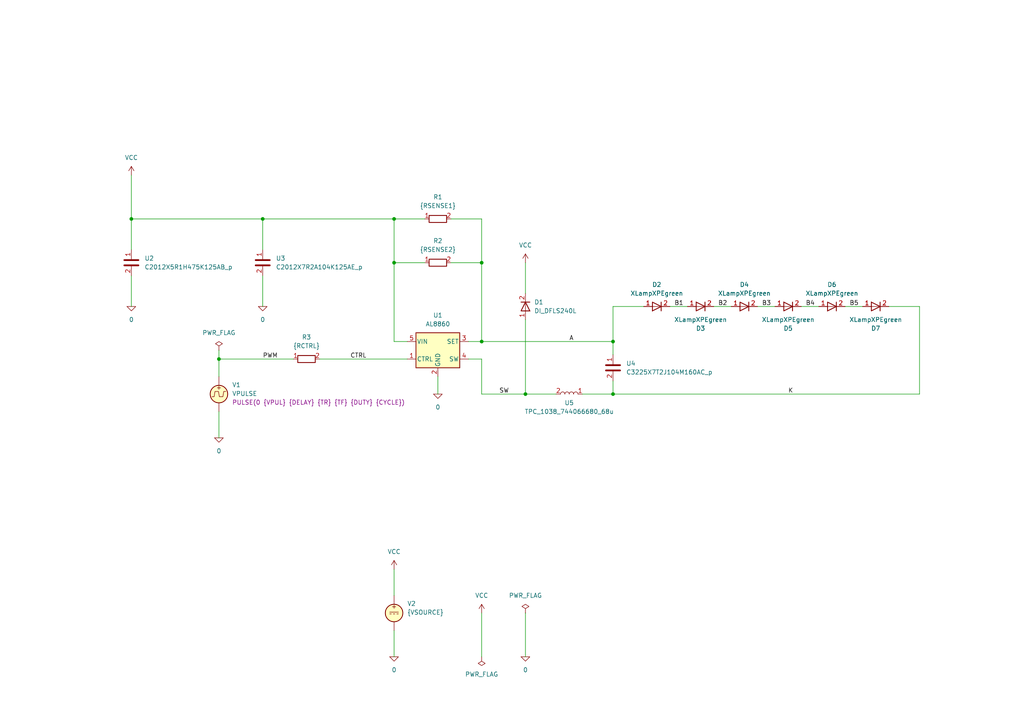
<source format=kicad_sch>
(kicad_sch
	(version 20231120)
	(generator "eeschema")
	(generator_version "8.0")
	(uuid "4866812e-8b52-401f-a79d-a5977aea5fb7")
	(paper "A4")
	(title_block
		(title "40V/1.5A buck led driver. XP-E green.")
		(date "2024-11-06")
		(rev "2")
		(company "astroelectronic@")
		(comment 1 "-")
		(comment 2 "-")
		(comment 3 "-")
		(comment 4 "AE01003860")
	)
	(lib_symbols
		(symbol "AL8860:0"
			(power)
			(pin_names
				(offset 0)
			)
			(exclude_from_sim no)
			(in_bom yes)
			(on_board yes)
			(property "Reference" "#GND"
				(at 0 -2.54 0)
				(effects
					(font
						(size 1.27 1.27)
					)
					(hide yes)
				)
			)
			(property "Value" "0"
				(at 0 -1.778 0)
				(effects
					(font
						(size 1.27 1.27)
					)
				)
			)
			(property "Footprint" ""
				(at 0 0 0)
				(effects
					(font
						(size 1.27 1.27)
					)
					(hide yes)
				)
			)
			(property "Datasheet" "~"
				(at 0 0 0)
				(effects
					(font
						(size 1.27 1.27)
					)
					(hide yes)
				)
			)
			(property "Description" "0V reference potential for simulation"
				(at 0 0 0)
				(effects
					(font
						(size 1.27 1.27)
					)
					(hide yes)
				)
			)
			(property "ki_keywords" "simulation"
				(at 0 0 0)
				(effects
					(font
						(size 1.27 1.27)
					)
					(hide yes)
				)
			)
			(symbol "0_0_1"
				(polyline
					(pts
						(xy -1.27 0) (xy 0 -1.27) (xy 1.27 0) (xy -1.27 0)
					)
					(stroke
						(width 0)
						(type default)
					)
					(fill
						(type none)
					)
				)
			)
			(symbol "0_1_1"
				(pin power_in line
					(at 0 0 0)
					(length 0) hide
					(name "0"
						(effects
							(font
								(size 1.016 1.016)
							)
						)
					)
					(number "1"
						(effects
							(font
								(size 1.016 1.016)
							)
						)
					)
				)
			)
		)
		(symbol "AL8860:AL8860"
			(pin_names
				(offset 0.254)
			)
			(exclude_from_sim no)
			(in_bom yes)
			(on_board yes)
			(property "Reference" "U"
				(at -5.08 6.35 0)
				(effects
					(font
						(size 1.27 1.27)
					)
				)
			)
			(property "Value" "AL8860"
				(at 5.08 6.35 0)
				(effects
					(font
						(size 1.27 1.27)
					)
				)
			)
			(property "Footprint" ""
				(at 1.27 -6.35 0)
				(effects
					(font
						(size 1.27 1.27)
						(italic yes)
					)
					(justify left)
					(hide yes)
				)
			)
			(property "Datasheet" "https://www.diodes.com/assets/Datasheets/AL8860.pdf"
				(at 0 0 0)
				(effects
					(font
						(size 1.27 1.27)
					)
					(hide yes)
				)
			)
			(property "Description" "Constant current  LED driver, internal switch, up to 40V/1.2A, SOT-89-5"
				(at 0 0 0)
				(effects
					(font
						(size 1.27 1.27)
					)
					(hide yes)
				)
			)
			(property "ki_keywords" "Switching LED driver"
				(at 0 0 0)
				(effects
					(font
						(size 1.27 1.27)
					)
					(hide yes)
				)
			)
			(property "ki_fp_filters" "SOT?89*"
				(at 0 0 0)
				(effects
					(font
						(size 1.27 1.27)
					)
					(hide yes)
				)
			)
			(symbol "AL8860_0_1"
				(rectangle
					(start -6.35 5.08)
					(end 6.35 -5.08)
					(stroke
						(width 0.254)
						(type default)
					)
					(fill
						(type background)
					)
				)
			)
			(symbol "AL8860_1_1"
				(pin passive line
					(at -8.89 -2.54 0)
					(length 2.54)
					(name "CTRL"
						(effects
							(font
								(size 1.27 1.27)
							)
						)
					)
					(number "1"
						(effects
							(font
								(size 1.27 1.27)
							)
						)
					)
				)
				(pin passive line
					(at 0 -7.62 90)
					(length 2.54)
					(name "GND"
						(effects
							(font
								(size 1.27 1.27)
							)
						)
					)
					(number "2"
						(effects
							(font
								(size 1.27 1.27)
							)
						)
					)
				)
				(pin passive line
					(at 8.89 2.54 180)
					(length 2.54)
					(name "SET"
						(effects
							(font
								(size 1.27 1.27)
							)
						)
					)
					(number "3"
						(effects
							(font
								(size 1.27 1.27)
							)
						)
					)
				)
				(pin passive line
					(at 8.89 -2.54 180)
					(length 2.54)
					(name "SW"
						(effects
							(font
								(size 1.27 1.27)
							)
						)
					)
					(number "4"
						(effects
							(font
								(size 1.27 1.27)
							)
						)
					)
				)
				(pin passive line
					(at -8.89 2.54 0)
					(length 2.54)
					(name "VIN"
						(effects
							(font
								(size 1.27 1.27)
							)
						)
					)
					(number "5"
						(effects
							(font
								(size 1.27 1.27)
							)
						)
					)
				)
			)
		)
		(symbol "AL8860:C"
			(pin_names
				(offset 0.254) hide)
			(exclude_from_sim no)
			(in_bom yes)
			(on_board yes)
			(property "Reference" "C"
				(at 0.635 2.54 0)
				(effects
					(font
						(size 1.27 1.27)
					)
					(justify left)
				)
			)
			(property "Value" "C"
				(at 0.635 -2.54 0)
				(effects
					(font
						(size 1.27 1.27)
					)
					(justify left)
				)
			)
			(property "Footprint" ""
				(at 0.9652 -3.81 0)
				(effects
					(font
						(size 1.27 1.27)
					)
					(hide yes)
				)
			)
			(property "Datasheet" "~"
				(at 0 0 0)
				(effects
					(font
						(size 1.27 1.27)
					)
					(hide yes)
				)
			)
			(property "Description" "Unpolarized capacitor"
				(at 0 0 0)
				(effects
					(font
						(size 1.27 1.27)
					)
					(hide yes)
				)
			)
			(property "ki_keywords" "cap capacitor"
				(at 0 0 0)
				(effects
					(font
						(size 1.27 1.27)
					)
					(hide yes)
				)
			)
			(property "ki_fp_filters" "C_*"
				(at 0 0 0)
				(effects
					(font
						(size 1.27 1.27)
					)
					(hide yes)
				)
			)
			(symbol "C_0_1"
				(polyline
					(pts
						(xy -2.032 -0.762) (xy 2.032 -0.762)
					)
					(stroke
						(width 0.508)
						(type default)
					)
					(fill
						(type none)
					)
				)
				(polyline
					(pts
						(xy -2.032 0.762) (xy 2.032 0.762)
					)
					(stroke
						(width 0.508)
						(type default)
					)
					(fill
						(type none)
					)
				)
			)
			(symbol "C_1_1"
				(pin passive line
					(at 0 3.81 270)
					(length 2.794)
					(name "~"
						(effects
							(font
								(size 1.27 1.27)
							)
						)
					)
					(number "1"
						(effects
							(font
								(size 1.27 1.27)
							)
						)
					)
				)
				(pin passive line
					(at 0 -3.81 90)
					(length 2.794)
					(name "~"
						(effects
							(font
								(size 1.27 1.27)
							)
						)
					)
					(number "2"
						(effects
							(font
								(size 1.27 1.27)
							)
						)
					)
				)
			)
		)
		(symbol "AL8860:DIODE"
			(pin_names
				(offset 1.016) hide)
			(exclude_from_sim no)
			(in_bom yes)
			(on_board yes)
			(property "Reference" "D"
				(at 0 2.54 0)
				(effects
					(font
						(size 1.27 1.27)
					)
				)
			)
			(property "Value" "${SIM.PARAMS}"
				(at 0 -2.54 0)
				(effects
					(font
						(size 1.27 1.27)
					)
				)
			)
			(property "Footprint" ""
				(at 0 0 0)
				(effects
					(font
						(size 1.27 1.27)
					)
					(hide yes)
				)
			)
			(property "Datasheet" "~"
				(at 0 0 0)
				(effects
					(font
						(size 1.27 1.27)
					)
					(hide yes)
				)
			)
			(property "Description" "Diode, anode on pin 1, for simulation only!"
				(at 0 0 0)
				(effects
					(font
						(size 1.27 1.27)
					)
					(hide yes)
				)
			)
			(property "Sim.Pins" "1=1 2=2"
				(at 0 0 0)
				(effects
					(font
						(size 1.27 1.27)
					)
					(hide yes)
				)
			)
			(property "Sim.Device" "SPICE"
				(at 0 0 0)
				(effects
					(font
						(size 1.27 1.27)
					)
					(justify left)
					(hide yes)
				)
			)
			(property "Sim.Params" "type=\"D\" model=\"DIODE\" lib=\"\""
				(at 0 0 0)
				(effects
					(font
						(size 1.27 1.27)
					)
					(hide yes)
				)
			)
			(property "Spice_Netlist_Enabled" "Y"
				(at 0 0 0)
				(effects
					(font
						(size 1.27 1.27)
					)
					(justify left)
					(hide yes)
				)
			)
			(property "ki_keywords" "simulation"
				(at 0 0 0)
				(effects
					(font
						(size 1.27 1.27)
					)
					(hide yes)
				)
			)
			(symbol "DIODE_0_1"
				(polyline
					(pts
						(xy 1.27 0) (xy -1.27 0)
					)
					(stroke
						(width 0)
						(type default)
					)
					(fill
						(type none)
					)
				)
				(polyline
					(pts
						(xy 1.27 1.27) (xy 1.27 -1.27)
					)
					(stroke
						(width 0.254)
						(type default)
					)
					(fill
						(type none)
					)
				)
				(polyline
					(pts
						(xy -1.27 -1.27) (xy -1.27 1.27) (xy 1.27 0) (xy -1.27 -1.27)
					)
					(stroke
						(width 0.254)
						(type default)
					)
					(fill
						(type none)
					)
				)
			)
			(symbol "DIODE_1_1"
				(pin passive line
					(at -3.81 0 0)
					(length 2.54)
					(name "A"
						(effects
							(font
								(size 1.27 1.27)
							)
						)
					)
					(number "1"
						(effects
							(font
								(size 1.27 1.27)
							)
						)
					)
				)
				(pin passive line
					(at 3.81 0 180)
					(length 2.54)
					(name "K"
						(effects
							(font
								(size 1.27 1.27)
							)
						)
					)
					(number "2"
						(effects
							(font
								(size 1.27 1.27)
							)
						)
					)
				)
			)
		)
		(symbol "AL8860:L"
			(pin_names
				(offset 1.016) hide)
			(exclude_from_sim no)
			(in_bom yes)
			(on_board yes)
			(property "Reference" "L"
				(at -1.27 0 90)
				(effects
					(font
						(size 1.27 1.27)
					)
				)
			)
			(property "Value" "L"
				(at 1.905 0 90)
				(effects
					(font
						(size 1.27 1.27)
					)
				)
			)
			(property "Footprint" ""
				(at 0 0 0)
				(effects
					(font
						(size 1.27 1.27)
					)
					(hide yes)
				)
			)
			(property "Datasheet" "~"
				(at 0 0 0)
				(effects
					(font
						(size 1.27 1.27)
					)
					(hide yes)
				)
			)
			(property "Description" "Inductor"
				(at 0 0 0)
				(effects
					(font
						(size 1.27 1.27)
					)
					(hide yes)
				)
			)
			(property "ki_keywords" "inductor choke coil reactor magnetic"
				(at 0 0 0)
				(effects
					(font
						(size 1.27 1.27)
					)
					(hide yes)
				)
			)
			(property "ki_fp_filters" "Choke_* *Coil* Inductor_* L_*"
				(at 0 0 0)
				(effects
					(font
						(size 1.27 1.27)
					)
					(hide yes)
				)
			)
			(symbol "L_0_1"
				(arc
					(start 0 -2.54)
					(mid 0.6323 -1.905)
					(end 0 -1.27)
					(stroke
						(width 0)
						(type default)
					)
					(fill
						(type none)
					)
				)
				(arc
					(start 0 -1.27)
					(mid 0.6323 -0.635)
					(end 0 0)
					(stroke
						(width 0)
						(type default)
					)
					(fill
						(type none)
					)
				)
				(arc
					(start 0 0)
					(mid 0.6323 0.635)
					(end 0 1.27)
					(stroke
						(width 0)
						(type default)
					)
					(fill
						(type none)
					)
				)
				(arc
					(start 0 1.27)
					(mid 0.6323 1.905)
					(end 0 2.54)
					(stroke
						(width 0)
						(type default)
					)
					(fill
						(type none)
					)
				)
			)
			(symbol "L_1_1"
				(pin passive line
					(at 0 3.81 270)
					(length 1.27)
					(name "1"
						(effects
							(font
								(size 1.27 1.27)
							)
						)
					)
					(number "1"
						(effects
							(font
								(size 1.27 1.27)
							)
						)
					)
				)
				(pin passive line
					(at 0 -3.81 90)
					(length 1.27)
					(name "2"
						(effects
							(font
								(size 1.27 1.27)
							)
						)
					)
					(number "2"
						(effects
							(font
								(size 1.27 1.27)
							)
						)
					)
				)
			)
		)
		(symbol "AL8860:PWR_FLAG"
			(power)
			(pin_numbers hide)
			(pin_names
				(offset 0) hide)
			(exclude_from_sim no)
			(in_bom yes)
			(on_board yes)
			(property "Reference" "#FLG"
				(at 0 1.905 0)
				(effects
					(font
						(size 1.27 1.27)
					)
					(hide yes)
				)
			)
			(property "Value" "PWR_FLAG"
				(at 0 3.81 0)
				(effects
					(font
						(size 1.27 1.27)
					)
				)
			)
			(property "Footprint" ""
				(at 0 0 0)
				(effects
					(font
						(size 1.27 1.27)
					)
					(hide yes)
				)
			)
			(property "Datasheet" "~"
				(at 0 0 0)
				(effects
					(font
						(size 1.27 1.27)
					)
					(hide yes)
				)
			)
			(property "Description" "Special symbol for telling ERC where power comes from"
				(at 0 0 0)
				(effects
					(font
						(size 1.27 1.27)
					)
					(hide yes)
				)
			)
			(property "ki_keywords" "flag power"
				(at 0 0 0)
				(effects
					(font
						(size 1.27 1.27)
					)
					(hide yes)
				)
			)
			(symbol "PWR_FLAG_0_0"
				(pin power_out line
					(at 0 0 90)
					(length 0)
					(name "pwr"
						(effects
							(font
								(size 1.27 1.27)
							)
						)
					)
					(number "1"
						(effects
							(font
								(size 1.27 1.27)
							)
						)
					)
				)
			)
			(symbol "PWR_FLAG_0_1"
				(polyline
					(pts
						(xy 0 0) (xy 0 1.27) (xy -1.016 1.905) (xy 0 2.54) (xy 1.016 1.905) (xy 0 1.27)
					)
					(stroke
						(width 0)
						(type default)
					)
					(fill
						(type none)
					)
				)
			)
		)
		(symbol "AL8860:R"
			(pin_names
				(offset 0) hide)
			(exclude_from_sim no)
			(in_bom yes)
			(on_board yes)
			(property "Reference" "R"
				(at 2.032 0 90)
				(effects
					(font
						(size 1.27 1.27)
					)
				)
			)
			(property "Value" "R"
				(at 0 0 90)
				(effects
					(font
						(size 1.27 1.27)
					)
				)
			)
			(property "Footprint" ""
				(at -1.778 0 90)
				(effects
					(font
						(size 1.27 1.27)
					)
					(hide yes)
				)
			)
			(property "Datasheet" "~"
				(at 0 0 0)
				(effects
					(font
						(size 1.27 1.27)
					)
					(hide yes)
				)
			)
			(property "Description" "Resistor"
				(at 0 0 0)
				(effects
					(font
						(size 1.27 1.27)
					)
					(hide yes)
				)
			)
			(property "ki_keywords" "R res resistor"
				(at 0 0 0)
				(effects
					(font
						(size 1.27 1.27)
					)
					(hide yes)
				)
			)
			(property "ki_fp_filters" "R_*"
				(at 0 0 0)
				(effects
					(font
						(size 1.27 1.27)
					)
					(hide yes)
				)
			)
			(symbol "R_0_1"
				(rectangle
					(start -1.016 -2.54)
					(end 1.016 2.54)
					(stroke
						(width 0.254)
						(type default)
					)
					(fill
						(type none)
					)
				)
			)
			(symbol "R_1_1"
				(pin passive line
					(at 0 3.81 270)
					(length 1.27)
					(name "~"
						(effects
							(font
								(size 1.27 1.27)
							)
						)
					)
					(number "1"
						(effects
							(font
								(size 1.27 1.27)
							)
						)
					)
				)
				(pin passive line
					(at 0 -3.81 90)
					(length 1.27)
					(name "~"
						(effects
							(font
								(size 1.27 1.27)
							)
						)
					)
					(number "2"
						(effects
							(font
								(size 1.27 1.27)
							)
						)
					)
				)
			)
		)
		(symbol "AL8860:VCC"
			(power)
			(pin_names
				(offset 0)
			)
			(exclude_from_sim no)
			(in_bom yes)
			(on_board yes)
			(property "Reference" "#PWR"
				(at 0 -3.81 0)
				(effects
					(font
						(size 1.27 1.27)
					)
					(hide yes)
				)
			)
			(property "Value" "VCC"
				(at 0 3.81 0)
				(effects
					(font
						(size 1.27 1.27)
					)
				)
			)
			(property "Footprint" ""
				(at 0 0 0)
				(effects
					(font
						(size 1.27 1.27)
					)
					(hide yes)
				)
			)
			(property "Datasheet" ""
				(at 0 0 0)
				(effects
					(font
						(size 1.27 1.27)
					)
					(hide yes)
				)
			)
			(property "Description" "Power symbol creates a global label with name \"VCC\""
				(at 0 0 0)
				(effects
					(font
						(size 1.27 1.27)
					)
					(hide yes)
				)
			)
			(property "ki_keywords" "global power"
				(at 0 0 0)
				(effects
					(font
						(size 1.27 1.27)
					)
					(hide yes)
				)
			)
			(symbol "VCC_0_1"
				(polyline
					(pts
						(xy -0.762 1.27) (xy 0 2.54)
					)
					(stroke
						(width 0)
						(type default)
					)
					(fill
						(type none)
					)
				)
				(polyline
					(pts
						(xy 0 0) (xy 0 2.54)
					)
					(stroke
						(width 0)
						(type default)
					)
					(fill
						(type none)
					)
				)
				(polyline
					(pts
						(xy 0 2.54) (xy 0.762 1.27)
					)
					(stroke
						(width 0)
						(type default)
					)
					(fill
						(type none)
					)
				)
			)
			(symbol "VCC_1_1"
				(pin power_in line
					(at 0 0 90)
					(length 0) hide
					(name "VCC"
						(effects
							(font
								(size 1.27 1.27)
							)
						)
					)
					(number "1"
						(effects
							(font
								(size 1.27 1.27)
							)
						)
					)
				)
			)
		)
		(symbol "AL8860:VDC"
			(pin_numbers hide)
			(pin_names
				(offset 0.0254)
			)
			(exclude_from_sim no)
			(in_bom yes)
			(on_board yes)
			(property "Reference" "V"
				(at 2.54 2.54 0)
				(effects
					(font
						(size 1.27 1.27)
					)
					(justify left)
				)
			)
			(property "Value" "1"
				(at 2.54 0 0)
				(effects
					(font
						(size 1.27 1.27)
					)
					(justify left)
				)
			)
			(property "Footprint" ""
				(at 0 0 0)
				(effects
					(font
						(size 1.27 1.27)
					)
					(hide yes)
				)
			)
			(property "Datasheet" "~"
				(at 0 0 0)
				(effects
					(font
						(size 1.27 1.27)
					)
					(hide yes)
				)
			)
			(property "Description" "Voltage source, DC"
				(at 0 0 0)
				(effects
					(font
						(size 1.27 1.27)
					)
					(hide yes)
				)
			)
			(property "Sim.Pins" "1=+ 2=-"
				(at 0 0 0)
				(effects
					(font
						(size 1.27 1.27)
					)
					(hide yes)
				)
			)
			(property "Sim.Type" "DC"
				(at 0 0 0)
				(effects
					(font
						(size 1.27 1.27)
					)
					(hide yes)
				)
			)
			(property "Sim.Device" "V"
				(at 0 0 0)
				(effects
					(font
						(size 1.27 1.27)
					)
					(justify left)
					(hide yes)
				)
			)
			(property "Spice_Netlist_Enabled" "Y"
				(at 0 0 0)
				(effects
					(font
						(size 1.27 1.27)
					)
					(justify left)
					(hide yes)
				)
			)
			(property "ki_keywords" "simulation"
				(at 0 0 0)
				(effects
					(font
						(size 1.27 1.27)
					)
					(hide yes)
				)
			)
			(symbol "VDC_0_0"
				(polyline
					(pts
						(xy -1.27 0.254) (xy 1.27 0.254)
					)
					(stroke
						(width 0)
						(type default)
					)
					(fill
						(type none)
					)
				)
				(polyline
					(pts
						(xy -0.762 -0.254) (xy -1.27 -0.254)
					)
					(stroke
						(width 0)
						(type default)
					)
					(fill
						(type none)
					)
				)
				(polyline
					(pts
						(xy 0.254 -0.254) (xy -0.254 -0.254)
					)
					(stroke
						(width 0)
						(type default)
					)
					(fill
						(type none)
					)
				)
				(polyline
					(pts
						(xy 1.27 -0.254) (xy 0.762 -0.254)
					)
					(stroke
						(width 0)
						(type default)
					)
					(fill
						(type none)
					)
				)
				(text "+"
					(at 0 1.905 0)
					(effects
						(font
							(size 1.27 1.27)
						)
					)
				)
			)
			(symbol "VDC_0_1"
				(circle
					(center 0 0)
					(radius 2.54)
					(stroke
						(width 0.254)
						(type default)
					)
					(fill
						(type background)
					)
				)
			)
			(symbol "VDC_1_1"
				(pin passive line
					(at 0 5.08 270)
					(length 2.54)
					(name "~"
						(effects
							(font
								(size 1.27 1.27)
							)
						)
					)
					(number "1"
						(effects
							(font
								(size 1.27 1.27)
							)
						)
					)
				)
				(pin passive line
					(at 0 -5.08 90)
					(length 2.54)
					(name "~"
						(effects
							(font
								(size 1.27 1.27)
							)
						)
					)
					(number "2"
						(effects
							(font
								(size 1.27 1.27)
							)
						)
					)
				)
			)
		)
		(symbol "AL8860:VPULSE"
			(pin_numbers hide)
			(pin_names
				(offset 0.0254)
			)
			(exclude_from_sim no)
			(in_bom yes)
			(on_board yes)
			(property "Reference" "V"
				(at 2.54 2.54 0)
				(effects
					(font
						(size 1.27 1.27)
					)
					(justify left)
				)
			)
			(property "Value" "VPULSE"
				(at 2.54 0 0)
				(effects
					(font
						(size 1.27 1.27)
					)
					(justify left)
				)
			)
			(property "Footprint" ""
				(at 0 0 0)
				(effects
					(font
						(size 1.27 1.27)
					)
					(hide yes)
				)
			)
			(property "Datasheet" "~"
				(at 0 0 0)
				(effects
					(font
						(size 1.27 1.27)
					)
					(hide yes)
				)
			)
			(property "Description" "Voltage source, pulse"
				(at 0 0 0)
				(effects
					(font
						(size 1.27 1.27)
					)
					(hide yes)
				)
			)
			(property "Sim.Pins" "1=+ 2=-"
				(at 0 0 0)
				(effects
					(font
						(size 1.27 1.27)
					)
					(hide yes)
				)
			)
			(property "Sim.Type" "PULSE"
				(at 0 0 0)
				(effects
					(font
						(size 1.27 1.27)
					)
					(hide yes)
				)
			)
			(property "Sim.Device" "V"
				(at 0 0 0)
				(effects
					(font
						(size 1.27 1.27)
					)
					(justify left)
					(hide yes)
				)
			)
			(property "Sim.Params" "y1=0 y2=1 td=2n tr=2n tf=2n tw=50n per=100n"
				(at 2.54 -2.54 0)
				(effects
					(font
						(size 1.27 1.27)
					)
					(justify left)
				)
			)
			(property "Spice_Netlist_Enabled" "Y"
				(at 0 0 0)
				(effects
					(font
						(size 1.27 1.27)
					)
					(justify left)
					(hide yes)
				)
			)
			(property "ki_keywords" "simulation"
				(at 0 0 0)
				(effects
					(font
						(size 1.27 1.27)
					)
					(hide yes)
				)
			)
			(symbol "VPULSE_0_0"
				(polyline
					(pts
						(xy -2.032 -0.762) (xy -1.397 -0.762) (xy -1.143 0.762) (xy -0.127 0.762) (xy 0.127 -0.762) (xy 1.143 -0.762)
						(xy 1.397 0.762) (xy 2.032 0.762)
					)
					(stroke
						(width 0)
						(type default)
					)
					(fill
						(type none)
					)
				)
				(text "+"
					(at 0 1.905 0)
					(effects
						(font
							(size 1.27 1.27)
						)
					)
				)
			)
			(symbol "VPULSE_0_1"
				(circle
					(center 0 0)
					(radius 2.54)
					(stroke
						(width 0.254)
						(type default)
					)
					(fill
						(type background)
					)
				)
			)
			(symbol "VPULSE_1_1"
				(pin passive line
					(at 0 5.08 270)
					(length 2.54)
					(name "~"
						(effects
							(font
								(size 1.27 1.27)
							)
						)
					)
					(number "1"
						(effects
							(font
								(size 1.27 1.27)
							)
						)
					)
				)
				(pin passive line
					(at 0 -5.08 90)
					(length 2.54)
					(name "~"
						(effects
							(font
								(size 1.27 1.27)
							)
						)
					)
					(number "2"
						(effects
							(font
								(size 1.27 1.27)
							)
						)
					)
				)
			)
		)
		(symbol "C_1"
			(pin_names
				(offset 0.254) hide)
			(exclude_from_sim no)
			(in_bom yes)
			(on_board yes)
			(property "Reference" "C"
				(at 0.635 2.54 0)
				(effects
					(font
						(size 1.27 1.27)
					)
					(justify left)
				)
			)
			(property "Value" "C_1"
				(at 0.635 -2.54 0)
				(effects
					(font
						(size 1.27 1.27)
					)
					(justify left)
				)
			)
			(property "Footprint" ""
				(at 0.9652 -3.81 0)
				(effects
					(font
						(size 1.27 1.27)
					)
					(hide yes)
				)
			)
			(property "Datasheet" "~"
				(at 0 0 0)
				(effects
					(font
						(size 1.27 1.27)
					)
					(hide yes)
				)
			)
			(property "Description" "Unpolarized capacitor"
				(at 0 0 0)
				(effects
					(font
						(size 1.27 1.27)
					)
					(hide yes)
				)
			)
			(property "ki_keywords" "cap capacitor"
				(at 0 0 0)
				(effects
					(font
						(size 1.27 1.27)
					)
					(hide yes)
				)
			)
			(property "ki_fp_filters" "C_*"
				(at 0 0 0)
				(effects
					(font
						(size 1.27 1.27)
					)
					(hide yes)
				)
			)
			(symbol "C_1_0_1"
				(polyline
					(pts
						(xy -2.032 -0.762) (xy 2.032 -0.762)
					)
					(stroke
						(width 0.508)
						(type default)
					)
					(fill
						(type none)
					)
				)
				(polyline
					(pts
						(xy -2.032 0.762) (xy 2.032 0.762)
					)
					(stroke
						(width 0.508)
						(type default)
					)
					(fill
						(type none)
					)
				)
			)
			(symbol "C_1_1_1"
				(pin passive line
					(at 0 3.81 270)
					(length 2.794)
					(name "~"
						(effects
							(font
								(size 1.27 1.27)
							)
						)
					)
					(number "1"
						(effects
							(font
								(size 1.27 1.27)
							)
						)
					)
				)
				(pin passive line
					(at 0 -3.81 90)
					(length 2.794)
					(name "~"
						(effects
							(font
								(size 1.27 1.27)
							)
						)
					)
					(number "2"
						(effects
							(font
								(size 1.27 1.27)
							)
						)
					)
				)
			)
		)
		(symbol "C_2"
			(pin_names
				(offset 0.254) hide)
			(exclude_from_sim no)
			(in_bom yes)
			(on_board yes)
			(property "Reference" "C"
				(at 0.635 2.54 0)
				(effects
					(font
						(size 1.27 1.27)
					)
					(justify left)
				)
			)
			(property "Value" "C_2"
				(at 0.635 -2.54 0)
				(effects
					(font
						(size 1.27 1.27)
					)
					(justify left)
				)
			)
			(property "Footprint" ""
				(at 0.9652 -3.81 0)
				(effects
					(font
						(size 1.27 1.27)
					)
					(hide yes)
				)
			)
			(property "Datasheet" "~"
				(at 0 0 0)
				(effects
					(font
						(size 1.27 1.27)
					)
					(hide yes)
				)
			)
			(property "Description" "Unpolarized capacitor"
				(at 0 0 0)
				(effects
					(font
						(size 1.27 1.27)
					)
					(hide yes)
				)
			)
			(property "ki_keywords" "cap capacitor"
				(at 0 0 0)
				(effects
					(font
						(size 1.27 1.27)
					)
					(hide yes)
				)
			)
			(property "ki_fp_filters" "C_*"
				(at 0 0 0)
				(effects
					(font
						(size 1.27 1.27)
					)
					(hide yes)
				)
			)
			(symbol "C_2_0_1"
				(polyline
					(pts
						(xy -2.032 -0.762) (xy 2.032 -0.762)
					)
					(stroke
						(width 0.508)
						(type default)
					)
					(fill
						(type none)
					)
				)
				(polyline
					(pts
						(xy -2.032 0.762) (xy 2.032 0.762)
					)
					(stroke
						(width 0.508)
						(type default)
					)
					(fill
						(type none)
					)
				)
			)
			(symbol "C_2_1_1"
				(pin passive line
					(at 0 3.81 270)
					(length 2.794)
					(name "~"
						(effects
							(font
								(size 1.27 1.27)
							)
						)
					)
					(number "1"
						(effects
							(font
								(size 1.27 1.27)
							)
						)
					)
				)
				(pin passive line
					(at 0 -3.81 90)
					(length 2.794)
					(name "~"
						(effects
							(font
								(size 1.27 1.27)
							)
						)
					)
					(number "2"
						(effects
							(font
								(size 1.27 1.27)
							)
						)
					)
				)
			)
		)
		(symbol "DIODE_1_1"
			(pin_names
				(offset 1.016) hide)
			(exclude_from_sim no)
			(in_bom yes)
			(on_board yes)
			(property "Reference" "D"
				(at 0 2.54 0)
				(effects
					(font
						(size 1.27 1.27)
					)
				)
			)
			(property "Value" "${SIM.PARAMS}"
				(at 0 -2.54 0)
				(effects
					(font
						(size 1.27 1.27)
					)
				)
			)
			(property "Footprint" ""
				(at 0 0 0)
				(effects
					(font
						(size 1.27 1.27)
					)
					(hide yes)
				)
			)
			(property "Datasheet" "~"
				(at 0 0 0)
				(effects
					(font
						(size 1.27 1.27)
					)
					(hide yes)
				)
			)
			(property "Description" "Diode, anode on pin 1, for simulation only!"
				(at 0 0 0)
				(effects
					(font
						(size 1.27 1.27)
					)
					(hide yes)
				)
			)
			(property "Sim.Pins" "1=1 2=2"
				(at 0 0 0)
				(effects
					(font
						(size 1.27 1.27)
					)
					(hide yes)
				)
			)
			(property "Sim.Device" "SPICE"
				(at 0 0 0)
				(effects
					(font
						(size 1.27 1.27)
					)
					(justify left)
					(hide yes)
				)
			)
			(property "Sim.Params" "type=\"D\" model=\"DIODE_1\" lib=\"\""
				(at 0 0 0)
				(effects
					(font
						(size 1.27 1.27)
					)
					(hide yes)
				)
			)
			(property "Spice_Netlist_Enabled" "Y"
				(at 0 0 0)
				(effects
					(font
						(size 1.27 1.27)
					)
					(justify left)
					(hide yes)
				)
			)
			(property "ki_keywords" "simulation"
				(at 0 0 0)
				(effects
					(font
						(size 1.27 1.27)
					)
					(hide yes)
				)
			)
			(symbol "DIODE_1_1_0_1"
				(polyline
					(pts
						(xy 1.27 0) (xy -1.27 0)
					)
					(stroke
						(width 0)
						(type default)
					)
					(fill
						(type none)
					)
				)
				(polyline
					(pts
						(xy 1.27 1.27) (xy 1.27 -1.27)
					)
					(stroke
						(width 0.254)
						(type default)
					)
					(fill
						(type none)
					)
				)
				(polyline
					(pts
						(xy -1.27 -1.27) (xy -1.27 1.27) (xy 1.27 0) (xy -1.27 -1.27)
					)
					(stroke
						(width 0.254)
						(type default)
					)
					(fill
						(type none)
					)
				)
			)
			(symbol "DIODE_1_1_1_1"
				(pin passive line
					(at -3.81 0 0)
					(length 2.54)
					(name "A"
						(effects
							(font
								(size 1.27 1.27)
							)
						)
					)
					(number "1"
						(effects
							(font
								(size 1.27 1.27)
							)
						)
					)
				)
				(pin passive line
					(at 3.81 0 180)
					(length 2.54)
					(name "K"
						(effects
							(font
								(size 1.27 1.27)
							)
						)
					)
					(number "2"
						(effects
							(font
								(size 1.27 1.27)
							)
						)
					)
				)
			)
		)
		(symbol "DIODE_1_2"
			(pin_names
				(offset 1.016) hide)
			(exclude_from_sim no)
			(in_bom yes)
			(on_board yes)
			(property "Reference" "D"
				(at 0 2.54 0)
				(effects
					(font
						(size 1.27 1.27)
					)
				)
			)
			(property "Value" "${SIM.PARAMS}"
				(at 0 -2.54 0)
				(effects
					(font
						(size 1.27 1.27)
					)
				)
			)
			(property "Footprint" ""
				(at 0 0 0)
				(effects
					(font
						(size 1.27 1.27)
					)
					(hide yes)
				)
			)
			(property "Datasheet" "~"
				(at 0 0 0)
				(effects
					(font
						(size 1.27 1.27)
					)
					(hide yes)
				)
			)
			(property "Description" "Diode, anode on pin 1, for simulation only!"
				(at 0 0 0)
				(effects
					(font
						(size 1.27 1.27)
					)
					(hide yes)
				)
			)
			(property "Sim.Pins" "1=1 2=2"
				(at 0 0 0)
				(effects
					(font
						(size 1.27 1.27)
					)
					(hide yes)
				)
			)
			(property "Sim.Device" "SPICE"
				(at 0 0 0)
				(effects
					(font
						(size 1.27 1.27)
					)
					(justify left)
					(hide yes)
				)
			)
			(property "Sim.Params" "type=\"D\" model=\"DIODE_1\" lib=\"\""
				(at 0 0 0)
				(effects
					(font
						(size 1.27 1.27)
					)
					(hide yes)
				)
			)
			(property "Spice_Netlist_Enabled" "Y"
				(at 0 0 0)
				(effects
					(font
						(size 1.27 1.27)
					)
					(justify left)
					(hide yes)
				)
			)
			(property "ki_keywords" "simulation"
				(at 0 0 0)
				(effects
					(font
						(size 1.27 1.27)
					)
					(hide yes)
				)
			)
			(symbol "DIODE_1_2_0_1"
				(polyline
					(pts
						(xy 1.27 0) (xy -1.27 0)
					)
					(stroke
						(width 0)
						(type default)
					)
					(fill
						(type none)
					)
				)
				(polyline
					(pts
						(xy 1.27 1.27) (xy 1.27 -1.27)
					)
					(stroke
						(width 0.254)
						(type default)
					)
					(fill
						(type none)
					)
				)
				(polyline
					(pts
						(xy -1.27 -1.27) (xy -1.27 1.27) (xy 1.27 0) (xy -1.27 -1.27)
					)
					(stroke
						(width 0.254)
						(type default)
					)
					(fill
						(type none)
					)
				)
			)
			(symbol "DIODE_1_2_1_1"
				(pin passive line
					(at -3.81 0 0)
					(length 2.54)
					(name "A"
						(effects
							(font
								(size 1.27 1.27)
							)
						)
					)
					(number "1"
						(effects
							(font
								(size 1.27 1.27)
							)
						)
					)
				)
				(pin passive line
					(at 3.81 0 180)
					(length 2.54)
					(name "K"
						(effects
							(font
								(size 1.27 1.27)
							)
						)
					)
					(number "2"
						(effects
							(font
								(size 1.27 1.27)
							)
						)
					)
				)
			)
		)
		(symbol "DIODE_1_3"
			(pin_names
				(offset 1.016) hide)
			(exclude_from_sim no)
			(in_bom yes)
			(on_board yes)
			(property "Reference" "D"
				(at 0 2.54 0)
				(effects
					(font
						(size 1.27 1.27)
					)
				)
			)
			(property "Value" "${SIM.PARAMS}"
				(at 0 -2.54 0)
				(effects
					(font
						(size 1.27 1.27)
					)
				)
			)
			(property "Footprint" ""
				(at 0 0 0)
				(effects
					(font
						(size 1.27 1.27)
					)
					(hide yes)
				)
			)
			(property "Datasheet" "~"
				(at 0 0 0)
				(effects
					(font
						(size 1.27 1.27)
					)
					(hide yes)
				)
			)
			(property "Description" "Diode, anode on pin 1, for simulation only!"
				(at 0 0 0)
				(effects
					(font
						(size 1.27 1.27)
					)
					(hide yes)
				)
			)
			(property "Sim.Pins" "1=1 2=2"
				(at 0 0 0)
				(effects
					(font
						(size 1.27 1.27)
					)
					(hide yes)
				)
			)
			(property "Sim.Device" "SPICE"
				(at 0 0 0)
				(effects
					(font
						(size 1.27 1.27)
					)
					(justify left)
					(hide yes)
				)
			)
			(property "Sim.Params" "type=\"D\" model=\"DIODE_1\" lib=\"\""
				(at 0 0 0)
				(effects
					(font
						(size 1.27 1.27)
					)
					(hide yes)
				)
			)
			(property "Spice_Netlist_Enabled" "Y"
				(at 0 0 0)
				(effects
					(font
						(size 1.27 1.27)
					)
					(justify left)
					(hide yes)
				)
			)
			(property "ki_keywords" "simulation"
				(at 0 0 0)
				(effects
					(font
						(size 1.27 1.27)
					)
					(hide yes)
				)
			)
			(symbol "DIODE_1_3_0_1"
				(polyline
					(pts
						(xy 1.27 0) (xy -1.27 0)
					)
					(stroke
						(width 0)
						(type default)
					)
					(fill
						(type none)
					)
				)
				(polyline
					(pts
						(xy 1.27 1.27) (xy 1.27 -1.27)
					)
					(stroke
						(width 0.254)
						(type default)
					)
					(fill
						(type none)
					)
				)
				(polyline
					(pts
						(xy -1.27 -1.27) (xy -1.27 1.27) (xy 1.27 0) (xy -1.27 -1.27)
					)
					(stroke
						(width 0.254)
						(type default)
					)
					(fill
						(type none)
					)
				)
			)
			(symbol "DIODE_1_3_1_1"
				(pin passive line
					(at -3.81 0 0)
					(length 2.54)
					(name "A"
						(effects
							(font
								(size 1.27 1.27)
							)
						)
					)
					(number "1"
						(effects
							(font
								(size 1.27 1.27)
							)
						)
					)
				)
				(pin passive line
					(at 3.81 0 180)
					(length 2.54)
					(name "K"
						(effects
							(font
								(size 1.27 1.27)
							)
						)
					)
					(number "2"
						(effects
							(font
								(size 1.27 1.27)
							)
						)
					)
				)
			)
		)
		(symbol "DIODE_1_4"
			(pin_names
				(offset 1.016) hide)
			(exclude_from_sim no)
			(in_bom yes)
			(on_board yes)
			(property "Reference" "D"
				(at 0 2.54 0)
				(effects
					(font
						(size 1.27 1.27)
					)
				)
			)
			(property "Value" "${SIM.PARAMS}"
				(at 0 -2.54 0)
				(effects
					(font
						(size 1.27 1.27)
					)
				)
			)
			(property "Footprint" ""
				(at 0 0 0)
				(effects
					(font
						(size 1.27 1.27)
					)
					(hide yes)
				)
			)
			(property "Datasheet" "~"
				(at 0 0 0)
				(effects
					(font
						(size 1.27 1.27)
					)
					(hide yes)
				)
			)
			(property "Description" "Diode, anode on pin 1, for simulation only!"
				(at 0 0 0)
				(effects
					(font
						(size 1.27 1.27)
					)
					(hide yes)
				)
			)
			(property "Sim.Pins" "1=1 2=2"
				(at 0 0 0)
				(effects
					(font
						(size 1.27 1.27)
					)
					(hide yes)
				)
			)
			(property "Sim.Device" "SPICE"
				(at 0 0 0)
				(effects
					(font
						(size 1.27 1.27)
					)
					(justify left)
					(hide yes)
				)
			)
			(property "Sim.Params" "type=\"D\" model=\"DIODE_1\" lib=\"\""
				(at 0 0 0)
				(effects
					(font
						(size 1.27 1.27)
					)
					(hide yes)
				)
			)
			(property "Spice_Netlist_Enabled" "Y"
				(at 0 0 0)
				(effects
					(font
						(size 1.27 1.27)
					)
					(justify left)
					(hide yes)
				)
			)
			(property "ki_keywords" "simulation"
				(at 0 0 0)
				(effects
					(font
						(size 1.27 1.27)
					)
					(hide yes)
				)
			)
			(symbol "DIODE_1_4_0_1"
				(polyline
					(pts
						(xy 1.27 0) (xy -1.27 0)
					)
					(stroke
						(width 0)
						(type default)
					)
					(fill
						(type none)
					)
				)
				(polyline
					(pts
						(xy 1.27 1.27) (xy 1.27 -1.27)
					)
					(stroke
						(width 0.254)
						(type default)
					)
					(fill
						(type none)
					)
				)
				(polyline
					(pts
						(xy -1.27 -1.27) (xy -1.27 1.27) (xy 1.27 0) (xy -1.27 -1.27)
					)
					(stroke
						(width 0.254)
						(type default)
					)
					(fill
						(type none)
					)
				)
			)
			(symbol "DIODE_1_4_1_1"
				(pin passive line
					(at -3.81 0 0)
					(length 2.54)
					(name "A"
						(effects
							(font
								(size 1.27 1.27)
							)
						)
					)
					(number "1"
						(effects
							(font
								(size 1.27 1.27)
							)
						)
					)
				)
				(pin passive line
					(at 3.81 0 180)
					(length 2.54)
					(name "K"
						(effects
							(font
								(size 1.27 1.27)
							)
						)
					)
					(number "2"
						(effects
							(font
								(size 1.27 1.27)
							)
						)
					)
				)
			)
		)
		(symbol "DIODE_1_5"
			(pin_names
				(offset 1.016) hide)
			(exclude_from_sim no)
			(in_bom yes)
			(on_board yes)
			(property "Reference" "D"
				(at 0 2.54 0)
				(effects
					(font
						(size 1.27 1.27)
					)
				)
			)
			(property "Value" "${SIM.PARAMS}"
				(at 0 -2.54 0)
				(effects
					(font
						(size 1.27 1.27)
					)
				)
			)
			(property "Footprint" ""
				(at 0 0 0)
				(effects
					(font
						(size 1.27 1.27)
					)
					(hide yes)
				)
			)
			(property "Datasheet" "~"
				(at 0 0 0)
				(effects
					(font
						(size 1.27 1.27)
					)
					(hide yes)
				)
			)
			(property "Description" "Diode, anode on pin 1, for simulation only!"
				(at 0 0 0)
				(effects
					(font
						(size 1.27 1.27)
					)
					(hide yes)
				)
			)
			(property "Sim.Pins" "1=1 2=2"
				(at 0 0 0)
				(effects
					(font
						(size 1.27 1.27)
					)
					(hide yes)
				)
			)
			(property "Sim.Device" "SPICE"
				(at 0 0 0)
				(effects
					(font
						(size 1.27 1.27)
					)
					(justify left)
					(hide yes)
				)
			)
			(property "Sim.Params" "type=\"D\" model=\"DIODE_1\" lib=\"\""
				(at 0 0 0)
				(effects
					(font
						(size 1.27 1.27)
					)
					(hide yes)
				)
			)
			(property "Spice_Netlist_Enabled" "Y"
				(at 0 0 0)
				(effects
					(font
						(size 1.27 1.27)
					)
					(justify left)
					(hide yes)
				)
			)
			(property "ki_keywords" "simulation"
				(at 0 0 0)
				(effects
					(font
						(size 1.27 1.27)
					)
					(hide yes)
				)
			)
			(symbol "DIODE_1_5_0_1"
				(polyline
					(pts
						(xy 1.27 0) (xy -1.27 0)
					)
					(stroke
						(width 0)
						(type default)
					)
					(fill
						(type none)
					)
				)
				(polyline
					(pts
						(xy 1.27 1.27) (xy 1.27 -1.27)
					)
					(stroke
						(width 0.254)
						(type default)
					)
					(fill
						(type none)
					)
				)
				(polyline
					(pts
						(xy -1.27 -1.27) (xy -1.27 1.27) (xy 1.27 0) (xy -1.27 -1.27)
					)
					(stroke
						(width 0.254)
						(type default)
					)
					(fill
						(type none)
					)
				)
			)
			(symbol "DIODE_1_5_1_1"
				(pin passive line
					(at -3.81 0 0)
					(length 2.54)
					(name "A"
						(effects
							(font
								(size 1.27 1.27)
							)
						)
					)
					(number "1"
						(effects
							(font
								(size 1.27 1.27)
							)
						)
					)
				)
				(pin passive line
					(at 3.81 0 180)
					(length 2.54)
					(name "K"
						(effects
							(font
								(size 1.27 1.27)
							)
						)
					)
					(number "2"
						(effects
							(font
								(size 1.27 1.27)
							)
						)
					)
				)
			)
		)
		(symbol "DIODE_1_6"
			(pin_names
				(offset 1.016) hide)
			(exclude_from_sim no)
			(in_bom yes)
			(on_board yes)
			(property "Reference" "D"
				(at 0 2.54 0)
				(effects
					(font
						(size 1.27 1.27)
					)
				)
			)
			(property "Value" "${SIM.PARAMS}"
				(at 0 -2.54 0)
				(effects
					(font
						(size 1.27 1.27)
					)
				)
			)
			(property "Footprint" ""
				(at 0 0 0)
				(effects
					(font
						(size 1.27 1.27)
					)
					(hide yes)
				)
			)
			(property "Datasheet" "~"
				(at 0 0 0)
				(effects
					(font
						(size 1.27 1.27)
					)
					(hide yes)
				)
			)
			(property "Description" "Diode, anode on pin 1, for simulation only!"
				(at 0 0 0)
				(effects
					(font
						(size 1.27 1.27)
					)
					(hide yes)
				)
			)
			(property "Sim.Pins" "1=1 2=2"
				(at 0 0 0)
				(effects
					(font
						(size 1.27 1.27)
					)
					(hide yes)
				)
			)
			(property "Sim.Device" "SPICE"
				(at 0 0 0)
				(effects
					(font
						(size 1.27 1.27)
					)
					(justify left)
					(hide yes)
				)
			)
			(property "Sim.Params" "type=\"D\" model=\"DIODE_1\" lib=\"\""
				(at 0 0 0)
				(effects
					(font
						(size 1.27 1.27)
					)
					(hide yes)
				)
			)
			(property "Spice_Netlist_Enabled" "Y"
				(at 0 0 0)
				(effects
					(font
						(size 1.27 1.27)
					)
					(justify left)
					(hide yes)
				)
			)
			(property "ki_keywords" "simulation"
				(at 0 0 0)
				(effects
					(font
						(size 1.27 1.27)
					)
					(hide yes)
				)
			)
			(symbol "DIODE_1_6_0_1"
				(polyline
					(pts
						(xy 1.27 0) (xy -1.27 0)
					)
					(stroke
						(width 0)
						(type default)
					)
					(fill
						(type none)
					)
				)
				(polyline
					(pts
						(xy 1.27 1.27) (xy 1.27 -1.27)
					)
					(stroke
						(width 0.254)
						(type default)
					)
					(fill
						(type none)
					)
				)
				(polyline
					(pts
						(xy -1.27 -1.27) (xy -1.27 1.27) (xy 1.27 0) (xy -1.27 -1.27)
					)
					(stroke
						(width 0.254)
						(type default)
					)
					(fill
						(type none)
					)
				)
			)
			(symbol "DIODE_1_6_1_1"
				(pin passive line
					(at -3.81 0 0)
					(length 2.54)
					(name "A"
						(effects
							(font
								(size 1.27 1.27)
							)
						)
					)
					(number "1"
						(effects
							(font
								(size 1.27 1.27)
							)
						)
					)
				)
				(pin passive line
					(at 3.81 0 180)
					(length 2.54)
					(name "K"
						(effects
							(font
								(size 1.27 1.27)
							)
						)
					)
					(number "2"
						(effects
							(font
								(size 1.27 1.27)
							)
						)
					)
				)
			)
		)
		(symbol "R_1"
			(pin_names
				(offset 0) hide)
			(exclude_from_sim no)
			(in_bom yes)
			(on_board yes)
			(property "Reference" "R"
				(at 2.032 0 90)
				(effects
					(font
						(size 1.27 1.27)
					)
				)
			)
			(property "Value" "R_1"
				(at 0 0 90)
				(effects
					(font
						(size 1.27 1.27)
					)
				)
			)
			(property "Footprint" ""
				(at -1.778 0 90)
				(effects
					(font
						(size 1.27 1.27)
					)
					(hide yes)
				)
			)
			(property "Datasheet" "~"
				(at 0 0 0)
				(effects
					(font
						(size 1.27 1.27)
					)
					(hide yes)
				)
			)
			(property "Description" "Resistor"
				(at 0 0 0)
				(effects
					(font
						(size 1.27 1.27)
					)
					(hide yes)
				)
			)
			(property "ki_keywords" "R res resistor"
				(at 0 0 0)
				(effects
					(font
						(size 1.27 1.27)
					)
					(hide yes)
				)
			)
			(property "ki_fp_filters" "R_*"
				(at 0 0 0)
				(effects
					(font
						(size 1.27 1.27)
					)
					(hide yes)
				)
			)
			(symbol "R_1_0_1"
				(rectangle
					(start -1.016 -2.54)
					(end 1.016 2.54)
					(stroke
						(width 0.254)
						(type default)
					)
					(fill
						(type none)
					)
				)
			)
			(symbol "R_1_1_1"
				(pin passive line
					(at 0 3.81 270)
					(length 1.27)
					(name "~"
						(effects
							(font
								(size 1.27 1.27)
							)
						)
					)
					(number "1"
						(effects
							(font
								(size 1.27 1.27)
							)
						)
					)
				)
				(pin passive line
					(at 0 -3.81 90)
					(length 1.27)
					(name "~"
						(effects
							(font
								(size 1.27 1.27)
							)
						)
					)
					(number "2"
						(effects
							(font
								(size 1.27 1.27)
							)
						)
					)
				)
			)
		)
		(symbol "R_2"
			(pin_names
				(offset 0) hide)
			(exclude_from_sim no)
			(in_bom yes)
			(on_board yes)
			(property "Reference" "R"
				(at 2.032 0 90)
				(effects
					(font
						(size 1.27 1.27)
					)
				)
			)
			(property "Value" "R_2"
				(at 0 0 90)
				(effects
					(font
						(size 1.27 1.27)
					)
				)
			)
			(property "Footprint" ""
				(at -1.778 0 90)
				(effects
					(font
						(size 1.27 1.27)
					)
					(hide yes)
				)
			)
			(property "Datasheet" "~"
				(at 0 0 0)
				(effects
					(font
						(size 1.27 1.27)
					)
					(hide yes)
				)
			)
			(property "Description" "Resistor"
				(at 0 0 0)
				(effects
					(font
						(size 1.27 1.27)
					)
					(hide yes)
				)
			)
			(property "ki_keywords" "R res resistor"
				(at 0 0 0)
				(effects
					(font
						(size 1.27 1.27)
					)
					(hide yes)
				)
			)
			(property "ki_fp_filters" "R_*"
				(at 0 0 0)
				(effects
					(font
						(size 1.27 1.27)
					)
					(hide yes)
				)
			)
			(symbol "R_2_0_1"
				(rectangle
					(start -1.016 -2.54)
					(end 1.016 2.54)
					(stroke
						(width 0.254)
						(type default)
					)
					(fill
						(type none)
					)
				)
			)
			(symbol "R_2_1_1"
				(pin passive line
					(at 0 3.81 270)
					(length 1.27)
					(name "~"
						(effects
							(font
								(size 1.27 1.27)
							)
						)
					)
					(number "1"
						(effects
							(font
								(size 1.27 1.27)
							)
						)
					)
				)
				(pin passive line
					(at 0 -3.81 90)
					(length 1.27)
					(name "~"
						(effects
							(font
								(size 1.27 1.27)
							)
						)
					)
					(number "2"
						(effects
							(font
								(size 1.27 1.27)
							)
						)
					)
				)
			)
		)
	)
	(junction
		(at 76.2 63.5)
		(diameter 0)
		(color 0 0 0 0)
		(uuid "021ad581-bfe1-4f2c-a043-dc783413eddc")
	)
	(junction
		(at 38.1 63.5)
		(diameter 0)
		(color 0 0 0 0)
		(uuid "168e370b-8e8f-4d77-9f78-7c59b4b1d7d1")
	)
	(junction
		(at 152.4 114.3)
		(diameter 0)
		(color 0 0 0 0)
		(uuid "97a9322c-c719-4fa2-b087-e0296589810d")
	)
	(junction
		(at 139.7 99.06)
		(diameter 0)
		(color 0 0 0 0)
		(uuid "a1278c37-8b41-43aa-8d78-9d5445827647")
	)
	(junction
		(at 177.8 114.3)
		(diameter 0)
		(color 0 0 0 0)
		(uuid "a2c8bb26-9b3c-46b8-8114-d8dfa0ed7cd2")
	)
	(junction
		(at 63.5 104.14)
		(diameter 0)
		(color 0 0 0 0)
		(uuid "a61fea71-4793-44c3-9e50-bcd603af9b06")
	)
	(junction
		(at 139.7 76.2)
		(diameter 0)
		(color 0 0 0 0)
		(uuid "b8c69e57-ef3d-489f-baf7-6becb50618c2")
	)
	(junction
		(at 177.8 99.06)
		(diameter 0)
		(color 0 0 0 0)
		(uuid "c557911c-5ee5-435e-b04a-508b321478dd")
	)
	(junction
		(at 114.3 63.5)
		(diameter 0)
		(color 0 0 0 0)
		(uuid "d1f0b821-1aac-422e-b137-a38526192b5c")
	)
	(junction
		(at 114.3 76.2)
		(diameter 0)
		(color 0 0 0 0)
		(uuid "e5a9238f-d204-4063-b2c2-b19b96e79781")
	)
	(wire
		(pts
			(xy 139.7 76.2) (xy 130.81 76.2)
		)
		(stroke
			(width 0)
			(type default)
		)
		(uuid "01c7e703-32dd-490c-ab27-ef28c4a8f987")
	)
	(wire
		(pts
			(xy 177.8 99.06) (xy 177.8 88.9)
		)
		(stroke
			(width 0)
			(type default)
		)
		(uuid "07e9ed99-5315-4f11-88f8-3b0e77b62a09")
	)
	(wire
		(pts
			(xy 168.91 114.3) (xy 177.8 114.3)
		)
		(stroke
			(width 0)
			(type default)
		)
		(uuid "0aa8e3b0-d0fa-4450-95b4-568e3f7b024d")
	)
	(wire
		(pts
			(xy 152.4 177.8) (xy 152.4 190.5)
		)
		(stroke
			(width 0)
			(type default)
		)
		(uuid "0f720556-4d91-446a-8c28-ddebdeaba64a")
	)
	(wire
		(pts
			(xy 139.7 63.5) (xy 139.7 76.2)
		)
		(stroke
			(width 0)
			(type default)
		)
		(uuid "11b85482-d407-46d2-a0f4-c6c60a2ae39d")
	)
	(wire
		(pts
			(xy 38.1 63.5) (xy 38.1 72.39)
		)
		(stroke
			(width 0)
			(type default)
		)
		(uuid "2018f8e2-47e6-40ef-804a-941edea97886")
	)
	(wire
		(pts
			(xy 127 109.22) (xy 127 114.3)
		)
		(stroke
			(width 0)
			(type default)
		)
		(uuid "20e3603a-e89c-48aa-9f6e-77620c03d598")
	)
	(wire
		(pts
			(xy 38.1 50.8) (xy 38.1 63.5)
		)
		(stroke
			(width 0)
			(type default)
		)
		(uuid "2dfe437d-9ab4-4326-a69c-036821b7fc85")
	)
	(wire
		(pts
			(xy 76.2 63.5) (xy 114.3 63.5)
		)
		(stroke
			(width 0)
			(type default)
		)
		(uuid "2f417abd-ca4e-4ba2-b68d-cc53bfb478e9")
	)
	(wire
		(pts
			(xy 139.7 99.06) (xy 139.7 76.2)
		)
		(stroke
			(width 0)
			(type default)
		)
		(uuid "3431784f-484c-4f01-b32e-545b7b2e3c51")
	)
	(wire
		(pts
			(xy 194.31 88.9) (xy 199.39 88.9)
		)
		(stroke
			(width 0)
			(type default)
		)
		(uuid "3a15cffc-ee50-4b90-9348-d4ce251b4c9a")
	)
	(wire
		(pts
			(xy 114.3 99.06) (xy 114.3 76.2)
		)
		(stroke
			(width 0)
			(type default)
		)
		(uuid "429d9ea5-3da2-4c1b-8e1a-25dc7344d03b")
	)
	(wire
		(pts
			(xy 38.1 80.01) (xy 38.1 88.9)
		)
		(stroke
			(width 0)
			(type default)
		)
		(uuid "4a3fd225-4a2f-4a6d-b982-33280ab9804a")
	)
	(wire
		(pts
			(xy 177.8 99.06) (xy 177.8 102.87)
		)
		(stroke
			(width 0)
			(type default)
		)
		(uuid "4db8a0b0-3529-48d5-85c8-d1f3b4d660e1")
	)
	(wire
		(pts
			(xy 152.4 92.71) (xy 152.4 114.3)
		)
		(stroke
			(width 0)
			(type default)
		)
		(uuid "58efe5d2-0977-477f-85dc-a2b9e758ee43")
	)
	(wire
		(pts
			(xy 177.8 88.9) (xy 186.69 88.9)
		)
		(stroke
			(width 0)
			(type default)
		)
		(uuid "650f20fc-eab0-4be3-9f5d-fd1322775259")
	)
	(wire
		(pts
			(xy 177.8 110.49) (xy 177.8 114.3)
		)
		(stroke
			(width 0)
			(type default)
		)
		(uuid "6a432b4a-0a63-4dac-a6e5-9e35a3606e04")
	)
	(wire
		(pts
			(xy 219.71 88.9) (xy 224.79 88.9)
		)
		(stroke
			(width 0)
			(type default)
		)
		(uuid "80e1c06e-3d73-4b8d-b265-8e163f97ed7f")
	)
	(wire
		(pts
			(xy 152.4 114.3) (xy 139.7 114.3)
		)
		(stroke
			(width 0)
			(type default)
		)
		(uuid "84692b50-df54-44db-961e-86b6db8c68ab")
	)
	(wire
		(pts
			(xy 63.5 119.38) (xy 63.5 127)
		)
		(stroke
			(width 0)
			(type default)
		)
		(uuid "8c8fc981-26f1-4f1d-8e2e-b00228f9e98e")
	)
	(wire
		(pts
			(xy 139.7 104.14) (xy 135.89 104.14)
		)
		(stroke
			(width 0)
			(type default)
		)
		(uuid "9055bbb4-7f1d-4906-8399-b9aaa7b16843")
	)
	(wire
		(pts
			(xy 76.2 63.5) (xy 76.2 72.39)
		)
		(stroke
			(width 0)
			(type default)
		)
		(uuid "9381057f-4fa5-4c63-bc33-8004d543fd66")
	)
	(wire
		(pts
			(xy 76.2 80.01) (xy 76.2 88.9)
		)
		(stroke
			(width 0)
			(type default)
		)
		(uuid "98782699-00a9-4a56-bad3-3d0bb34b2ab9")
	)
	(wire
		(pts
			(xy 139.7 177.8) (xy 139.7 190.5)
		)
		(stroke
			(width 0)
			(type default)
		)
		(uuid "98f199e7-4847-4ad3-a02d-664b932fbcaf")
	)
	(wire
		(pts
			(xy 114.3 76.2) (xy 114.3 63.5)
		)
		(stroke
			(width 0)
			(type default)
		)
		(uuid "9a02c457-c4de-47c2-9914-acf7cc8db995")
	)
	(wire
		(pts
			(xy 207.01 88.9) (xy 212.09 88.9)
		)
		(stroke
			(width 0)
			(type default)
		)
		(uuid "a5794a2b-93e3-4aad-a75c-324bce41a03f")
	)
	(wire
		(pts
			(xy 92.71 104.14) (xy 118.11 104.14)
		)
		(stroke
			(width 0)
			(type default)
		)
		(uuid "a715a9bb-12c4-4c87-b92c-6d2e71049932")
	)
	(wire
		(pts
			(xy 139.7 99.06) (xy 177.8 99.06)
		)
		(stroke
			(width 0)
			(type default)
		)
		(uuid "b05dcea4-e955-4e79-ab94-acc34da4655e")
	)
	(wire
		(pts
			(xy 38.1 63.5) (xy 76.2 63.5)
		)
		(stroke
			(width 0)
			(type default)
		)
		(uuid "b836bfbf-e229-4302-8975-7148666660cf")
	)
	(wire
		(pts
			(xy 177.8 114.3) (xy 266.7 114.3)
		)
		(stroke
			(width 0)
			(type default)
		)
		(uuid "b865479a-a893-48e9-b72a-b9f7b6fdac94")
	)
	(wire
		(pts
			(xy 114.3 165.1) (xy 114.3 172.72)
		)
		(stroke
			(width 0)
			(type default)
		)
		(uuid "c12ab2d4-fb4d-4698-96b2-844f7f724fdc")
	)
	(wire
		(pts
			(xy 266.7 114.3) (xy 266.7 88.9)
		)
		(stroke
			(width 0)
			(type default)
		)
		(uuid "c3cbdfe5-a511-4543-aa64-e4b249982016")
	)
	(wire
		(pts
			(xy 63.5 101.6) (xy 63.5 104.14)
		)
		(stroke
			(width 0)
			(type default)
		)
		(uuid "c463476e-3700-42c0-a9c6-e0e51d046484")
	)
	(wire
		(pts
			(xy 266.7 88.9) (xy 257.81 88.9)
		)
		(stroke
			(width 0)
			(type default)
		)
		(uuid "c6bba423-542b-45e4-a621-4b38d3d64ac2")
	)
	(wire
		(pts
			(xy 114.3 182.88) (xy 114.3 190.5)
		)
		(stroke
			(width 0)
			(type default)
		)
		(uuid "cddb09ad-8454-4df7-a7c0-3fac569efff4")
	)
	(wire
		(pts
			(xy 245.11 88.9) (xy 250.19 88.9)
		)
		(stroke
			(width 0)
			(type default)
		)
		(uuid "cf04978f-7fa2-4fa3-b46c-011ced65425d")
	)
	(wire
		(pts
			(xy 139.7 114.3) (xy 139.7 104.14)
		)
		(stroke
			(width 0)
			(type default)
		)
		(uuid "cf761663-9b18-4a39-a02a-b4fd1a6f66dd")
	)
	(wire
		(pts
			(xy 135.89 99.06) (xy 139.7 99.06)
		)
		(stroke
			(width 0)
			(type default)
		)
		(uuid "cf8c3d9b-3791-4147-8b99-dd7df4fcceb4")
	)
	(wire
		(pts
			(xy 63.5 104.14) (xy 63.5 109.22)
		)
		(stroke
			(width 0)
			(type default)
		)
		(uuid "d144cba8-856d-48c3-befd-2048f5da42a3")
	)
	(wire
		(pts
			(xy 118.11 99.06) (xy 114.3 99.06)
		)
		(stroke
			(width 0)
			(type default)
		)
		(uuid "d310fbb3-5e94-4b84-8b7a-434754fe3e03")
	)
	(wire
		(pts
			(xy 152.4 76.2) (xy 152.4 85.09)
		)
		(stroke
			(width 0)
			(type default)
		)
		(uuid "db72849d-a21e-4579-b31d-6f3973a624cf")
	)
	(wire
		(pts
			(xy 130.81 63.5) (xy 139.7 63.5)
		)
		(stroke
			(width 0)
			(type default)
		)
		(uuid "dfe63220-f817-496c-ba42-6406e8a976d4")
	)
	(wire
		(pts
			(xy 114.3 76.2) (xy 123.19 76.2)
		)
		(stroke
			(width 0)
			(type default)
		)
		(uuid "e3abc711-54c8-49bf-8e03-2641cc29e517")
	)
	(wire
		(pts
			(xy 114.3 63.5) (xy 123.19 63.5)
		)
		(stroke
			(width 0)
			(type default)
		)
		(uuid "ed5d763c-ca94-4903-904c-2872607513a1")
	)
	(wire
		(pts
			(xy 232.41 88.9) (xy 237.49 88.9)
		)
		(stroke
			(width 0)
			(type default)
		)
		(uuid "ee908c06-0a33-4931-bcd7-e05fafb684be")
	)
	(wire
		(pts
			(xy 161.29 114.3) (xy 152.4 114.3)
		)
		(stroke
			(width 0)
			(type default)
		)
		(uuid "f42cc41d-4577-47ff-a9c0-3d2dd16ea611")
	)
	(wire
		(pts
			(xy 63.5 104.14) (xy 85.09 104.14)
		)
		(stroke
			(width 0)
			(type default)
		)
		(uuid "f8e1bae4-574a-4e0f-8cb9-ac6fed2d0785")
	)
	(label "A"
		(at 165.1 99.06 0)
		(fields_autoplaced yes)
		(effects
			(font
				(size 1.27 1.27)
			)
			(justify left bottom)
		)
		(uuid "33a8350a-50ef-401c-b514-9546b11682a2")
	)
	(label "CTRL"
		(at 101.6 104.14 0)
		(fields_autoplaced yes)
		(effects
			(font
				(size 1.27 1.27)
			)
			(justify left bottom)
		)
		(uuid "61fdd1aa-c46f-4792-9337-ec6468c796d2")
	)
	(label "B2"
		(at 208.28 88.9 0)
		(fields_autoplaced yes)
		(effects
			(font
				(size 1.27 1.27)
			)
			(justify left bottom)
		)
		(uuid "66e40115-e172-4c4e-842e-9e37b3be6324")
	)
	(label "B4"
		(at 233.68 88.9 0)
		(fields_autoplaced yes)
		(effects
			(font
				(size 1.27 1.27)
			)
			(justify left bottom)
		)
		(uuid "a4a53db4-d304-496a-a39f-230b026f55f7")
	)
	(label "B5"
		(at 246.38 88.9 0)
		(fields_autoplaced yes)
		(effects
			(font
				(size 1.27 1.27)
			)
			(justify left bottom)
		)
		(uuid "ab85bb12-8d5e-4caf-8b96-d4006d6fc653")
	)
	(label "SW"
		(at 144.78 114.3 0)
		(fields_autoplaced yes)
		(effects
			(font
				(size 1.27 1.27)
			)
			(justify left bottom)
		)
		(uuid "c14d4edd-d852-471c-a41f-9a1fdad9bde7")
	)
	(label "PWM"
		(at 76.2 104.14 0)
		(fields_autoplaced yes)
		(effects
			(font
				(size 1.27 1.27)
			)
			(justify left bottom)
		)
		(uuid "c17961a0-101f-4516-97b9-917fc5fdefe0")
	)
	(label "B1"
		(at 195.58 88.9 0)
		(fields_autoplaced yes)
		(effects
			(font
				(size 1.27 1.27)
			)
			(justify left bottom)
		)
		(uuid "cb876e8d-3ced-4e33-9f11-e952f2c0dcaa")
	)
	(label "B3"
		(at 220.98 88.9 0)
		(fields_autoplaced yes)
		(effects
			(font
				(size 1.27 1.27)
			)
			(justify left bottom)
		)
		(uuid "cbe2c9df-2196-4e92-8d67-7d3b69b51a06")
	)
	(label "K"
		(at 228.6 114.3 0)
		(fields_autoplaced yes)
		(effects
			(font
				(size 1.27 1.27)
			)
			(justify left bottom)
		)
		(uuid "de7f6e92-dc18-42e8-a048-ca4e68bd2b26")
	)
	(symbol
		(lib_id "AL8860:PWR_FLAG")
		(at 152.4 177.8 0)
		(unit 1)
		(exclude_from_sim no)
		(in_bom yes)
		(on_board yes)
		(dnp no)
		(fields_autoplaced yes)
		(uuid "06fb4c7b-7ab1-4358-8085-3d10a23ea1ef")
		(property "Reference" "#FLG0102"
			(at 152.4 175.895 0)
			(effects
				(font
					(size 1.27 1.27)
				)
				(hide yes)
			)
		)
		(property "Value" "PWR_FLAG"
			(at 152.4 172.72 0)
			(effects
				(font
					(size 1.27 1.27)
				)
			)
		)
		(property "Footprint" ""
			(at 152.4 177.8 0)
			(effects
				(font
					(size 1.27 1.27)
				)
				(hide yes)
			)
		)
		(property "Datasheet" "~"
			(at 152.4 177.8 0)
			(effects
				(font
					(size 1.27 1.27)
				)
				(hide yes)
			)
		)
		(property "Description" ""
			(at 152.4 177.8 0)
			(effects
				(font
					(size 1.27 1.27)
				)
				(hide yes)
			)
		)
		(pin "1"
			(uuid "127715b0-0324-491f-8437-5fa7c5842b99")
		)
		(instances
			(project ""
				(path "/4866812e-8b52-401f-a79d-a5977aea5fb7"
					(reference "#FLG0102")
					(unit 1)
				)
			)
		)
	)
	(symbol
		(lib_name "DIODE_1_3")
		(lib_id "AL8860:DIODE_1_3")
		(at 203.2 88.9 0)
		(mirror x)
		(unit 1)
		(exclude_from_sim no)
		(in_bom yes)
		(on_board yes)
		(dnp no)
		(uuid "14bd8455-d88e-47ec-99ce-552519aed2a8")
		(property "Reference" "D3"
			(at 203.2 95.25 0)
			(effects
				(font
					(size 1.27 1.27)
				)
			)
		)
		(property "Value" "XLampXPEgreen"
			(at 203.2 92.71 0)
			(effects
				(font
					(size 1.27 1.27)
				)
			)
		)
		(property "Footprint" ""
			(at 203.2 88.9 0)
			(effects
				(font
					(size 1.27 1.27)
				)
				(hide yes)
			)
		)
		(property "Datasheet" "~"
			(at 203.2 88.9 0)
			(effects
				(font
					(size 1.27 1.27)
				)
				(hide yes)
			)
		)
		(property "Description" ""
			(at 203.2 88.9 0)
			(effects
				(font
					(size 1.27 1.27)
				)
				(hide yes)
			)
		)
		(property "Sim.Device" "D"
			(at 203.2 88.9 0)
			(effects
				(font
					(size 1.27 1.27)
				)
				(hide yes)
			)
		)
		(property "Sim.Pins" "1=A 2=K"
			(at 12.7 177.8 0)
			(effects
				(font
					(size 1.27 1.27)
				)
				(hide yes)
			)
		)
		(property "Sim.Library" "C:\\AE\\AL8860\\_models\\XPE_SPICE.lib"
			(at 203.2 88.9 0)
			(effects
				(font
					(size 1.27 1.27)
				)
				(hide yes)
			)
		)
		(property "Sim.Name" "XLampXPEgreen"
			(at 203.2 88.9 0)
			(effects
				(font
					(size 1.27 1.27)
				)
				(hide yes)
			)
		)
		(pin "1"
			(uuid "38fe7ecd-0976-4c41-b570-88d91a4ba832")
		)
		(pin "2"
			(uuid "5373833d-7041-4c64-9520-60d734441bcb")
		)
		(instances
			(project "AL8860_XPE_WHITE"
				(path "/4866812e-8b52-401f-a79d-a5977aea5fb7"
					(reference "D3")
					(unit 1)
				)
			)
		)
	)
	(symbol
		(lib_id "AL8860:AL8860")
		(at 127 101.6 0)
		(unit 1)
		(exclude_from_sim no)
		(in_bom yes)
		(on_board yes)
		(dnp no)
		(fields_autoplaced yes)
		(uuid "232bff7d-ea20-4edf-8a4a-bbbb98bb1550")
		(property "Reference" "U1"
			(at 127 91.44 0)
			(effects
				(font
					(size 1.27 1.27)
				)
			)
		)
		(property "Value" "AL8860"
			(at 127 93.98 0)
			(effects
				(font
					(size 1.27 1.27)
				)
			)
		)
		(property "Footprint" ""
			(at 128.27 107.95 0)
			(effects
				(font
					(size 1.27 1.27)
					(italic yes)
				)
				(justify left)
				(hide yes)
			)
		)
		(property "Datasheet" "https://www.diodes.com/assets/Datasheets/AL8860.pdf"
			(at 127 101.6 0)
			(effects
				(font
					(size 1.27 1.27)
				)
				(hide yes)
			)
		)
		(property "Description" ""
			(at 127 101.6 0)
			(effects
				(font
					(size 1.27 1.27)
				)
				(hide yes)
			)
		)
		(property "Sim.Device" "SUBCKT"
			(at 127 101.6 0)
			(effects
				(font
					(size 1.27 1.27)
				)
				(hide yes)
			)
		)
		(property "Sim.Pins" "1=CTRL 2=GND 3=SET 4=SW 5=VIN"
			(at 0 0 0)
			(effects
				(font
					(size 1.27 1.27)
				)
				(hide yes)
			)
		)
		(property "Sim.Library" "C:\\AE\\AL8860\\_models\\AL8860.spice.txt"
			(at 127 101.6 0)
			(effects
				(font
					(size 1.27 1.27)
				)
				(hide yes)
			)
		)
		(property "Sim.Name" "AL8860"
			(at 127 101.6 0)
			(effects
				(font
					(size 1.27 1.27)
				)
				(hide yes)
			)
		)
		(pin "1"
			(uuid "04ecdb4f-0d6f-4dbc-8aa5-66ea29e2d225")
		)
		(pin "2"
			(uuid "99b680c5-3f7d-4554-a90b-a523d2ddf07f")
		)
		(pin "3"
			(uuid "381397b6-1e57-466b-94b2-fb3309fe1dee")
		)
		(pin "4"
			(uuid "9aadeb98-2e9b-4756-8f3a-29246f01aa20")
		)
		(pin "5"
			(uuid "5ff2f93c-7ab5-49d8-9291-8258761107a3")
		)
		(instances
			(project ""
				(path "/4866812e-8b52-401f-a79d-a5977aea5fb7"
					(reference "U1")
					(unit 1)
				)
			)
		)
	)
	(symbol
		(lib_name "DIODE_1_4")
		(lib_id "AL8860:DIODE_1_4")
		(at 228.6 88.9 0)
		(mirror x)
		(unit 1)
		(exclude_from_sim no)
		(in_bom yes)
		(on_board yes)
		(dnp no)
		(uuid "2cf164e2-7718-4047-998a-e44e7537f6d1")
		(property "Reference" "D5"
			(at 228.6 95.25 0)
			(effects
				(font
					(size 1.27 1.27)
				)
			)
		)
		(property "Value" "XLampXPEgreen"
			(at 228.6 92.71 0)
			(effects
				(font
					(size 1.27 1.27)
				)
			)
		)
		(property "Footprint" ""
			(at 228.6 88.9 0)
			(effects
				(font
					(size 1.27 1.27)
				)
				(hide yes)
			)
		)
		(property "Datasheet" "~"
			(at 228.6 88.9 0)
			(effects
				(font
					(size 1.27 1.27)
				)
				(hide yes)
			)
		)
		(property "Description" ""
			(at 228.6 88.9 0)
			(effects
				(font
					(size 1.27 1.27)
				)
				(hide yes)
			)
		)
		(property "Sim.Device" "D"
			(at 228.6 88.9 0)
			(effects
				(font
					(size 1.27 1.27)
				)
				(hide yes)
			)
		)
		(property "Sim.Pins" "1=A 2=K"
			(at 38.1 177.8 0)
			(effects
				(font
					(size 1.27 1.27)
				)
				(hide yes)
			)
		)
		(property "Sim.Library" "C:\\AE\\AL8860\\_models\\XPE_SPICE.lib"
			(at 228.6 88.9 0)
			(effects
				(font
					(size 1.27 1.27)
				)
				(hide yes)
			)
		)
		(property "Sim.Name" "XLampXPEgreen"
			(at 228.6 88.9 0)
			(effects
				(font
					(size 1.27 1.27)
				)
				(hide yes)
			)
		)
		(pin "1"
			(uuid "80f63ce6-b8a7-4ac3-8a93-6d8187e0e1c5")
		)
		(pin "2"
			(uuid "6494cf7f-40d6-44d4-8dae-2a1065d40346")
		)
		(instances
			(project "AL8860_XPE_WHITE"
				(path "/4866812e-8b52-401f-a79d-a5977aea5fb7"
					(reference "D5")
					(unit 1)
				)
			)
		)
	)
	(symbol
		(lib_id "AL8860:C")
		(at 177.8 106.68 0)
		(unit 1)
		(exclude_from_sim no)
		(in_bom yes)
		(on_board yes)
		(dnp no)
		(fields_autoplaced yes)
		(uuid "32e9a412-b5b3-42fa-b6d0-46d408af01e7")
		(property "Reference" "U4"
			(at 181.61 105.4099 0)
			(effects
				(font
					(size 1.27 1.27)
				)
				(justify left)
			)
		)
		(property "Value" "C3225X7T2J104M160AC_p"
			(at 181.61 107.9499 0)
			(effects
				(font
					(size 1.27 1.27)
				)
				(justify left)
			)
		)
		(property "Footprint" ""
			(at 178.7652 110.49 0)
			(effects
				(font
					(size 1.27 1.27)
				)
				(hide yes)
			)
		)
		(property "Datasheet" "~"
			(at 177.8 106.68 0)
			(effects
				(font
					(size 1.27 1.27)
				)
				(hide yes)
			)
		)
		(property "Description" ""
			(at 177.8 106.68 0)
			(effects
				(font
					(size 1.27 1.27)
				)
				(hide yes)
			)
		)
		(property "Sim.Device" "SUBCKT"
			(at 177.8 106.68 0)
			(effects
				(font
					(size 1.27 1.27)
				)
				(hide yes)
			)
		)
		(property "Sim.Pins" "1=n1 2=n2"
			(at 0 0 0)
			(effects
				(font
					(size 1.27 1.27)
				)
				(hide yes)
			)
		)
		(property "Sim.Library" "C:\\AE\\AL8860\\_models\\C3225X7T2J104M160AC_p.mod"
			(at 177.8 106.68 0)
			(effects
				(font
					(size 1.27 1.27)
				)
				(hide yes)
			)
		)
		(property "Sim.Name" "C3225X7T2J104M160AC_p"
			(at 177.8 106.68 0)
			(effects
				(font
					(size 1.27 1.27)
				)
				(hide yes)
			)
		)
		(pin "1"
			(uuid "f3156327-bf18-4357-9087-d7491a1db581")
		)
		(pin "2"
			(uuid "fef02ac8-25c7-4177-9a92-3e4a87912d32")
		)
		(instances
			(project ""
				(path "/4866812e-8b52-401f-a79d-a5977aea5fb7"
					(reference "U4")
					(unit 1)
				)
			)
		)
	)
	(symbol
		(lib_id "AL8860:PWR_FLAG")
		(at 139.7 190.5 180)
		(unit 1)
		(exclude_from_sim no)
		(in_bom yes)
		(on_board yes)
		(dnp no)
		(fields_autoplaced yes)
		(uuid "3ab8d3da-b078-472a-a1ab-7029e77e7c10")
		(property "Reference" "#FLG0103"
			(at 139.7 192.405 0)
			(effects
				(font
					(size 1.27 1.27)
				)
				(hide yes)
			)
		)
		(property "Value" "PWR_FLAG"
			(at 139.7 195.58 0)
			(effects
				(font
					(size 1.27 1.27)
				)
			)
		)
		(property "Footprint" ""
			(at 139.7 190.5 0)
			(effects
				(font
					(size 1.27 1.27)
				)
				(hide yes)
			)
		)
		(property "Datasheet" "~"
			(at 139.7 190.5 0)
			(effects
				(font
					(size 1.27 1.27)
				)
				(hide yes)
			)
		)
		(property "Description" ""
			(at 139.7 190.5 0)
			(effects
				(font
					(size 1.27 1.27)
				)
				(hide yes)
			)
		)
		(pin "1"
			(uuid "8f2095f1-21a1-42fa-9ee7-5029d3ad03cf")
		)
		(instances
			(project ""
				(path "/4866812e-8b52-401f-a79d-a5977aea5fb7"
					(reference "#FLG0103")
					(unit 1)
				)
			)
		)
	)
	(symbol
		(lib_name "C_2")
		(lib_id "AL8860:C_2")
		(at 76.2 76.2 0)
		(unit 1)
		(exclude_from_sim no)
		(in_bom yes)
		(on_board yes)
		(dnp no)
		(fields_autoplaced yes)
		(uuid "3fc23945-ca3f-423b-9778-465f78aa2f71")
		(property "Reference" "U3"
			(at 80.01 74.9299 0)
			(effects
				(font
					(size 1.27 1.27)
				)
				(justify left)
			)
		)
		(property "Value" "C2012X7R2A104K125AE_p"
			(at 80.01 77.4699 0)
			(effects
				(font
					(size 1.27 1.27)
				)
				(justify left)
			)
		)
		(property "Footprint" ""
			(at 77.1652 80.01 0)
			(effects
				(font
					(size 1.27 1.27)
				)
				(hide yes)
			)
		)
		(property "Datasheet" "~"
			(at 76.2 76.2 0)
			(effects
				(font
					(size 1.27 1.27)
				)
				(hide yes)
			)
		)
		(property "Description" ""
			(at 76.2 76.2 0)
			(effects
				(font
					(size 1.27 1.27)
				)
				(hide yes)
			)
		)
		(property "Sim.Device" "SUBCKT"
			(at 76.2 76.2 0)
			(effects
				(font
					(size 1.27 1.27)
				)
				(hide yes)
			)
		)
		(property "Sim.Pins" "1=n1 2=n2"
			(at 0 0 0)
			(effects
				(font
					(size 1.27 1.27)
				)
				(hide yes)
			)
		)
		(property "Sim.Library" "C:\\AE\\AL8860\\_models\\C2012X7R2A104K125AE_p.mod"
			(at 76.2 76.2 0)
			(effects
				(font
					(size 1.27 1.27)
				)
				(hide yes)
			)
		)
		(property "Sim.Name" "C2012X7R2A104K125AE_p"
			(at 76.2 76.2 0)
			(effects
				(font
					(size 1.27 1.27)
				)
				(hide yes)
			)
		)
		(pin "1"
			(uuid "b802797a-051d-4948-9482-d90c9f735b8f")
		)
		(pin "2"
			(uuid "236c6ccd-ab24-469e-8788-0d5d488e20ab")
		)
		(instances
			(project ""
				(path "/4866812e-8b52-401f-a79d-a5977aea5fb7"
					(reference "U3")
					(unit 1)
				)
			)
		)
	)
	(symbol
		(lib_name "R_2")
		(lib_id "AL8860:R_2")
		(at 127 63.5 90)
		(unit 1)
		(exclude_from_sim no)
		(in_bom yes)
		(on_board yes)
		(dnp no)
		(fields_autoplaced yes)
		(uuid "546edc5f-f8f0-4939-8444-7369b84112dc")
		(property "Reference" "R1"
			(at 127 57.15 90)
			(effects
				(font
					(size 1.27 1.27)
				)
			)
		)
		(property "Value" "{RSENSE1}"
			(at 127 59.69 90)
			(effects
				(font
					(size 1.27 1.27)
				)
			)
		)
		(property "Footprint" ""
			(at 127 65.278 90)
			(effects
				(font
					(size 1.27 1.27)
				)
				(hide yes)
			)
		)
		(property "Datasheet" "~"
			(at 127 63.5 0)
			(effects
				(font
					(size 1.27 1.27)
				)
				(hide yes)
			)
		)
		(property "Description" ""
			(at 127 63.5 0)
			(effects
				(font
					(size 1.27 1.27)
				)
				(hide yes)
			)
		)
		(pin "1"
			(uuid "f750f51b-f688-45a8-9375-d8d76fb6c39d")
		)
		(pin "2"
			(uuid "610594b3-48ac-4066-a7b7-d7ea39e3d81f")
		)
		(instances
			(project ""
				(path "/4866812e-8b52-401f-a79d-a5977aea5fb7"
					(reference "R1")
					(unit 1)
				)
			)
		)
	)
	(symbol
		(lib_id "AL8860:0")
		(at 114.3 190.5 0)
		(unit 1)
		(exclude_from_sim no)
		(in_bom yes)
		(on_board yes)
		(dnp no)
		(fields_autoplaced yes)
		(uuid "5474405e-c07f-4e44-8fef-b7bfa4e1701b")
		(property "Reference" "#GND0104"
			(at 114.3 193.04 0)
			(effects
				(font
					(size 1.27 1.27)
				)
				(hide yes)
			)
		)
		(property "Value" "0"
			(at 114.3 194.31 0)
			(effects
				(font
					(size 1.27 1.27)
				)
			)
		)
		(property "Footprint" ""
			(at 114.3 190.5 0)
			(effects
				(font
					(size 1.27 1.27)
				)
				(hide yes)
			)
		)
		(property "Datasheet" "~"
			(at 114.3 190.5 0)
			(effects
				(font
					(size 1.27 1.27)
				)
				(hide yes)
			)
		)
		(property "Description" ""
			(at 114.3 190.5 0)
			(effects
				(font
					(size 1.27 1.27)
				)
				(hide yes)
			)
		)
		(pin "1"
			(uuid "32cdee9a-0ac6-410c-a68d-3b54eaec5dad")
		)
		(instances
			(project ""
				(path "/4866812e-8b52-401f-a79d-a5977aea5fb7"
					(reference "#GND0104")
					(unit 1)
				)
			)
		)
	)
	(symbol
		(lib_id "AL8860:DIODE")
		(at 152.4 88.9 90)
		(unit 1)
		(exclude_from_sim no)
		(in_bom yes)
		(on_board yes)
		(dnp no)
		(fields_autoplaced yes)
		(uuid "60312d4c-f26b-4034-8204-dd68dd042dec")
		(property "Reference" "D1"
			(at 154.94 87.6299 90)
			(effects
				(font
					(size 1.27 1.27)
				)
				(justify right)
			)
		)
		(property "Value" "DI_DFLS240L"
			(at 154.94 90.1699 90)
			(effects
				(font
					(size 1.27 1.27)
				)
				(justify right)
			)
		)
		(property "Footprint" ""
			(at 152.4 88.9 0)
			(effects
				(font
					(size 1.27 1.27)
				)
				(hide yes)
			)
		)
		(property "Datasheet" "~"
			(at 152.4 88.9 0)
			(effects
				(font
					(size 1.27 1.27)
				)
				(hide yes)
			)
		)
		(property "Description" ""
			(at 152.4 88.9 0)
			(effects
				(font
					(size 1.27 1.27)
				)
				(hide yes)
			)
		)
		(property "Sim.Device" "D"
			(at 152.4 88.9 0)
			(effects
				(font
					(size 1.27 1.27)
				)
				(justify left)
				(hide yes)
			)
		)
		(property "Sim.Pins" "1=A 2=K"
			(at 0 0 0)
			(effects
				(font
					(size 1.27 1.27)
				)
				(hide yes)
			)
		)
		(property "Sim.Library" "C:\\AE\\AL8860\\_models\\DFLS240L.spice.txt"
			(at 152.4 88.9 0)
			(effects
				(font
					(size 1.27 1.27)
				)
				(hide yes)
			)
		)
		(property "Sim.Name" "DI_DFLS240L"
			(at 152.4 88.9 0)
			(effects
				(font
					(size 1.27 1.27)
				)
				(hide yes)
			)
		)
		(pin "1"
			(uuid "9edc38f8-d470-4e45-8ceb-81e66fe02292")
		)
		(pin "2"
			(uuid "c8fdfc78-f655-4cf1-884e-e67a74bd5cb1")
		)
		(instances
			(project ""
				(path "/4866812e-8b52-401f-a79d-a5977aea5fb7"
					(reference "D1")
					(unit 1)
				)
			)
		)
	)
	(symbol
		(lib_id "AL8860:0")
		(at 38.1 88.9 0)
		(unit 1)
		(exclude_from_sim no)
		(in_bom yes)
		(on_board yes)
		(dnp no)
		(fields_autoplaced yes)
		(uuid "681c709d-c685-4ef6-9039-f8922e02003d")
		(property "Reference" "#GND0103"
			(at 38.1 91.44 0)
			(effects
				(font
					(size 1.27 1.27)
				)
				(hide yes)
			)
		)
		(property "Value" "0"
			(at 38.1 92.71 0)
			(effects
				(font
					(size 1.27 1.27)
				)
			)
		)
		(property "Footprint" ""
			(at 38.1 88.9 0)
			(effects
				(font
					(size 1.27 1.27)
				)
				(hide yes)
			)
		)
		(property "Datasheet" "~"
			(at 38.1 88.9 0)
			(effects
				(font
					(size 1.27 1.27)
				)
				(hide yes)
			)
		)
		(property "Description" ""
			(at 38.1 88.9 0)
			(effects
				(font
					(size 1.27 1.27)
				)
				(hide yes)
			)
		)
		(pin "1"
			(uuid "fcd3251c-e88c-4d6c-ab81-aeffde2115a3")
		)
		(instances
			(project ""
				(path "/4866812e-8b52-401f-a79d-a5977aea5fb7"
					(reference "#GND0103")
					(unit 1)
				)
			)
		)
	)
	(symbol
		(lib_id "AL8860:VDC")
		(at 114.3 177.8 0)
		(unit 1)
		(exclude_from_sim no)
		(in_bom yes)
		(on_board yes)
		(dnp no)
		(fields_autoplaced yes)
		(uuid "9725aecb-42dd-4621-ad63-79eb4dc1c6dc")
		(property "Reference" "V2"
			(at 118.11 175.0701 0)
			(effects
				(font
					(size 1.27 1.27)
				)
				(justify left)
			)
		)
		(property "Value" "{VSOURCE}"
			(at 118.11 177.6101 0)
			(effects
				(font
					(size 1.27 1.27)
				)
				(justify left)
			)
		)
		(property "Footprint" ""
			(at 114.3 177.8 0)
			(effects
				(font
					(size 1.27 1.27)
				)
				(hide yes)
			)
		)
		(property "Datasheet" "~"
			(at 114.3 177.8 0)
			(effects
				(font
					(size 1.27 1.27)
				)
				(hide yes)
			)
		)
		(property "Description" ""
			(at 114.3 177.8 0)
			(effects
				(font
					(size 1.27 1.27)
				)
				(hide yes)
			)
		)
		(property "Sim.Device" "SPICE"
			(at 114.3 177.8 0)
			(effects
				(font
					(size 1.27 1.27)
				)
				(justify left)
				(hide yes)
			)
		)
		(property "Sim.Params" "type=\"V\" model=\"{VSOURCE}\" lib=\"\""
			(at 0 0 0)
			(effects
				(font
					(size 1.27 1.27)
				)
				(hide yes)
			)
		)
		(property "Sim.Pins" "1=1 2=2"
			(at 0 0 0)
			(effects
				(font
					(size 1.27 1.27)
				)
				(hide yes)
			)
		)
		(pin "1"
			(uuid "d2607282-4b7a-4b88-8283-a1e9ff49cdd5")
		)
		(pin "2"
			(uuid "32758e67-70d0-465b-936c-46df0b3fcdeb")
		)
		(instances
			(project ""
				(path "/4866812e-8b52-401f-a79d-a5977aea5fb7"
					(reference "V2")
					(unit 1)
				)
			)
		)
	)
	(symbol
		(lib_name "R_1")
		(lib_id "AL8860:R_1")
		(at 88.9 104.14 90)
		(unit 1)
		(exclude_from_sim no)
		(in_bom yes)
		(on_board yes)
		(dnp no)
		(fields_autoplaced yes)
		(uuid "ae54ecd1-267d-4833-82e1-d40ee342af7d")
		(property "Reference" "R3"
			(at 88.9 97.79 90)
			(effects
				(font
					(size 1.27 1.27)
				)
			)
		)
		(property "Value" "{RCTRL}"
			(at 88.9 100.33 90)
			(effects
				(font
					(size 1.27 1.27)
				)
			)
		)
		(property "Footprint" ""
			(at 88.9 105.918 90)
			(effects
				(font
					(size 1.27 1.27)
				)
				(hide yes)
			)
		)
		(property "Datasheet" "~"
			(at 88.9 104.14 0)
			(effects
				(font
					(size 1.27 1.27)
				)
				(hide yes)
			)
		)
		(property "Description" ""
			(at 88.9 104.14 0)
			(effects
				(font
					(size 1.27 1.27)
				)
				(hide yes)
			)
		)
		(pin "1"
			(uuid "41f9d274-80c9-4d61-a265-7d65bbf9f8aa")
		)
		(pin "2"
			(uuid "5b51e065-211e-48dd-bebe-2aa84c8a34d5")
		)
		(instances
			(project ""
				(path "/4866812e-8b52-401f-a79d-a5977aea5fb7"
					(reference "R3")
					(unit 1)
				)
			)
		)
	)
	(symbol
		(lib_id "AL8860:PWR_FLAG")
		(at 63.5 101.6 0)
		(unit 1)
		(exclude_from_sim no)
		(in_bom yes)
		(on_board yes)
		(dnp no)
		(fields_autoplaced yes)
		(uuid "b59d3b0e-9a3f-4451-bad9-3ff51eeee660")
		(property "Reference" "#FLG0101"
			(at 63.5 99.695 0)
			(effects
				(font
					(size 1.27 1.27)
				)
				(hide yes)
			)
		)
		(property "Value" "PWR_FLAG"
			(at 63.5 96.52 0)
			(effects
				(font
					(size 1.27 1.27)
				)
			)
		)
		(property "Footprint" ""
			(at 63.5 101.6 0)
			(effects
				(font
					(size 1.27 1.27)
				)
				(hide yes)
			)
		)
		(property "Datasheet" "~"
			(at 63.5 101.6 0)
			(effects
				(font
					(size 1.27 1.27)
				)
				(hide yes)
			)
		)
		(property "Description" ""
			(at 63.5 101.6 0)
			(effects
				(font
					(size 1.27 1.27)
				)
				(hide yes)
			)
		)
		(pin "1"
			(uuid "ccd84615-5e3f-40ff-8a0f-04722d830b61")
		)
		(instances
			(project ""
				(path "/4866812e-8b52-401f-a79d-a5977aea5fb7"
					(reference "#FLG0101")
					(unit 1)
				)
			)
		)
	)
	(symbol
		(lib_id "AL8860:0")
		(at 127 114.3 0)
		(unit 1)
		(exclude_from_sim no)
		(in_bom yes)
		(on_board yes)
		(dnp no)
		(fields_autoplaced yes)
		(uuid "be2ecbaa-5e0c-44c6-9616-7c5ff1353a8c")
		(property "Reference" "#GND0105"
			(at 127 116.84 0)
			(effects
				(font
					(size 1.27 1.27)
				)
				(hide yes)
			)
		)
		(property "Value" "0"
			(at 127 118.11 0)
			(effects
				(font
					(size 1.27 1.27)
				)
			)
		)
		(property "Footprint" ""
			(at 127 114.3 0)
			(effects
				(font
					(size 1.27 1.27)
				)
				(hide yes)
			)
		)
		(property "Datasheet" "~"
			(at 127 114.3 0)
			(effects
				(font
					(size 1.27 1.27)
				)
				(hide yes)
			)
		)
		(property "Description" ""
			(at 127 114.3 0)
			(effects
				(font
					(size 1.27 1.27)
				)
				(hide yes)
			)
		)
		(pin "1"
			(uuid "1b8909b2-348a-42da-a770-34e09020d69f")
		)
		(instances
			(project ""
				(path "/4866812e-8b52-401f-a79d-a5977aea5fb7"
					(reference "#GND0105")
					(unit 1)
				)
			)
		)
	)
	(symbol
		(lib_id "AL8860:VCC")
		(at 152.4 76.2 0)
		(unit 1)
		(exclude_from_sim no)
		(in_bom yes)
		(on_board yes)
		(dnp no)
		(fields_autoplaced yes)
		(uuid "c27de60c-b31a-4b21-a31d-37aca84147a5")
		(property "Reference" "#PWR0101"
			(at 152.4 80.01 0)
			(effects
				(font
					(size 1.27 1.27)
				)
				(hide yes)
			)
		)
		(property "Value" "VCC"
			(at 152.4 71.12 0)
			(effects
				(font
					(size 1.27 1.27)
				)
			)
		)
		(property "Footprint" ""
			(at 152.4 76.2 0)
			(effects
				(font
					(size 1.27 1.27)
				)
				(hide yes)
			)
		)
		(property "Datasheet" ""
			(at 152.4 76.2 0)
			(effects
				(font
					(size 1.27 1.27)
				)
				(hide yes)
			)
		)
		(property "Description" ""
			(at 152.4 76.2 0)
			(effects
				(font
					(size 1.27 1.27)
				)
				(hide yes)
			)
		)
		(pin "1"
			(uuid "3f2defa9-b0d1-4b83-8ee3-0f30734c8de1")
		)
		(instances
			(project ""
				(path "/4866812e-8b52-401f-a79d-a5977aea5fb7"
					(reference "#PWR0101")
					(unit 1)
				)
			)
		)
	)
	(symbol
		(lib_id "AL8860:R")
		(at 127 76.2 90)
		(unit 1)
		(exclude_from_sim no)
		(in_bom yes)
		(on_board yes)
		(dnp no)
		(fields_autoplaced yes)
		(uuid "d430da57-b8ce-46c0-a237-4c5a98a1adc6")
		(property "Reference" "R2"
			(at 127 69.85 90)
			(effects
				(font
					(size 1.27 1.27)
				)
			)
		)
		(property "Value" "{RSENSE2}"
			(at 127 72.39 90)
			(effects
				(font
					(size 1.27 1.27)
				)
			)
		)
		(property "Footprint" ""
			(at 127 77.978 90)
			(effects
				(font
					(size 1.27 1.27)
				)
				(hide yes)
			)
		)
		(property "Datasheet" "~"
			(at 127 76.2 0)
			(effects
				(font
					(size 1.27 1.27)
				)
				(hide yes)
			)
		)
		(property "Description" ""
			(at 127 76.2 0)
			(effects
				(font
					(size 1.27 1.27)
				)
				(hide yes)
			)
		)
		(pin "1"
			(uuid "d670e0c5-b510-4edc-845f-703531e17dc8")
		)
		(pin "2"
			(uuid "64606d45-e54c-4b3d-bed7-f7dae0fdbbb8")
		)
		(instances
			(project ""
				(path "/4866812e-8b52-401f-a79d-a5977aea5fb7"
					(reference "R2")
					(unit 1)
				)
			)
		)
	)
	(symbol
		(lib_name "DIODE_1_2")
		(lib_id "AL8860:DIODE_1_2")
		(at 215.9 88.9 0)
		(unit 1)
		(exclude_from_sim no)
		(in_bom yes)
		(on_board yes)
		(dnp no)
		(fields_autoplaced yes)
		(uuid "d56a74e2-2bfb-4a22-b061-1cd8ad71536b")
		(property "Reference" "D4"
			(at 215.9 82.55 0)
			(effects
				(font
					(size 1.27 1.27)
				)
			)
		)
		(property "Value" "XLampXPEgreen"
			(at 215.9 85.09 0)
			(effects
				(font
					(size 1.27 1.27)
				)
			)
		)
		(property "Footprint" ""
			(at 215.9 88.9 0)
			(effects
				(font
					(size 1.27 1.27)
				)
				(hide yes)
			)
		)
		(property "Datasheet" "~"
			(at 215.9 88.9 0)
			(effects
				(font
					(size 1.27 1.27)
				)
				(hide yes)
			)
		)
		(property "Description" ""
			(at 215.9 88.9 0)
			(effects
				(font
					(size 1.27 1.27)
				)
				(hide yes)
			)
		)
		(property "Sim.Device" "D"
			(at 215.9 88.9 0)
			(effects
				(font
					(size 1.27 1.27)
				)
				(hide yes)
			)
		)
		(property "Sim.Pins" "1=A 2=K"
			(at 25.4 0 0)
			(effects
				(font
					(size 1.27 1.27)
				)
				(hide yes)
			)
		)
		(property "Sim.Library" "C:\\AE\\AL8860\\_models\\XPE_SPICE.lib"
			(at 215.9 88.9 0)
			(effects
				(font
					(size 1.27 1.27)
				)
				(hide yes)
			)
		)
		(property "Sim.Name" "XLampXPEgreen"
			(at 215.9 88.9 0)
			(effects
				(font
					(size 1.27 1.27)
				)
				(hide yes)
			)
		)
		(pin "1"
			(uuid "aa10d461-ad31-49ef-b4f4-ce6b20637f1d")
		)
		(pin "2"
			(uuid "ddb4dc2a-92ae-4bee-824b-f1f237716106")
		)
		(instances
			(project "AL8860_XPE_WHITE"
				(path "/4866812e-8b52-401f-a79d-a5977aea5fb7"
					(reference "D4")
					(unit 1)
				)
			)
		)
	)
	(symbol
		(lib_id "AL8860:0")
		(at 63.5 127 0)
		(unit 1)
		(exclude_from_sim no)
		(in_bom yes)
		(on_board yes)
		(dnp no)
		(fields_autoplaced yes)
		(uuid "d5f76812-5c63-4bf7-bad5-41b3d2789fa8")
		(property "Reference" "#GND0101"
			(at 63.5 129.54 0)
			(effects
				(font
					(size 1.27 1.27)
				)
				(hide yes)
			)
		)
		(property "Value" "0"
			(at 63.5 130.81 0)
			(effects
				(font
					(size 1.27 1.27)
				)
			)
		)
		(property "Footprint" ""
			(at 63.5 127 0)
			(effects
				(font
					(size 1.27 1.27)
				)
				(hide yes)
			)
		)
		(property "Datasheet" "~"
			(at 63.5 127 0)
			(effects
				(font
					(size 1.27 1.27)
				)
				(hide yes)
			)
		)
		(property "Description" ""
			(at 63.5 127 0)
			(effects
				(font
					(size 1.27 1.27)
				)
				(hide yes)
			)
		)
		(pin "1"
			(uuid "ff34a238-c6e6-44fd-9a54-065c98d56990")
		)
		(instances
			(project ""
				(path "/4866812e-8b52-401f-a79d-a5977aea5fb7"
					(reference "#GND0101")
					(unit 1)
				)
			)
		)
	)
	(symbol
		(lib_name "DIODE_1_5")
		(lib_id "AL8860:DIODE_1_5")
		(at 241.3 88.9 0)
		(unit 1)
		(exclude_from_sim no)
		(in_bom yes)
		(on_board yes)
		(dnp no)
		(fields_autoplaced yes)
		(uuid "d999883b-5f7d-4439-8fe5-69726523eded")
		(property "Reference" "D6"
			(at 241.3 82.55 0)
			(effects
				(font
					(size 1.27 1.27)
				)
			)
		)
		(property "Value" "XLampXPEgreen"
			(at 241.3 85.09 0)
			(effects
				(font
					(size 1.27 1.27)
				)
			)
		)
		(property "Footprint" ""
			(at 241.3 88.9 0)
			(effects
				(font
					(size 1.27 1.27)
				)
				(hide yes)
			)
		)
		(property "Datasheet" "~"
			(at 241.3 88.9 0)
			(effects
				(font
					(size 1.27 1.27)
				)
				(hide yes)
			)
		)
		(property "Description" ""
			(at 241.3 88.9 0)
			(effects
				(font
					(size 1.27 1.27)
				)
				(hide yes)
			)
		)
		(property "Sim.Device" "D"
			(at 241.3 88.9 0)
			(effects
				(font
					(size 1.27 1.27)
				)
				(hide yes)
			)
		)
		(property "Sim.Pins" "1=A 2=K"
			(at 50.8 0 0)
			(effects
				(font
					(size 1.27 1.27)
				)
				(hide yes)
			)
		)
		(property "Sim.Library" "C:\\AE\\AL8860\\_models\\XPE_SPICE.lib"
			(at 241.3 88.9 0)
			(effects
				(font
					(size 1.27 1.27)
				)
				(hide yes)
			)
		)
		(property "Sim.Name" "XLampXPEgreen"
			(at 241.3 88.9 0)
			(effects
				(font
					(size 1.27 1.27)
				)
				(hide yes)
			)
		)
		(pin "1"
			(uuid "7c86b07b-6bc9-44b0-aa19-58917598d861")
		)
		(pin "2"
			(uuid "0af2eb3f-24cb-485a-bc44-02f2abca96f4")
		)
		(instances
			(project "AL8860_XPE_WHITE"
				(path "/4866812e-8b52-401f-a79d-a5977aea5fb7"
					(reference "D6")
					(unit 1)
				)
			)
		)
	)
	(symbol
		(lib_id "AL8860:VCC")
		(at 38.1 50.8 0)
		(unit 1)
		(exclude_from_sim no)
		(in_bom yes)
		(on_board yes)
		(dnp no)
		(fields_autoplaced yes)
		(uuid "da061853-fb87-4b5f-8b45-2a0f8713b178")
		(property "Reference" "#PWR0102"
			(at 38.1 54.61 0)
			(effects
				(font
					(size 1.27 1.27)
				)
				(hide yes)
			)
		)
		(property "Value" "VCC"
			(at 38.1 45.72 0)
			(effects
				(font
					(size 1.27 1.27)
				)
			)
		)
		(property "Footprint" ""
			(at 38.1 50.8 0)
			(effects
				(font
					(size 1.27 1.27)
				)
				(hide yes)
			)
		)
		(property "Datasheet" ""
			(at 38.1 50.8 0)
			(effects
				(font
					(size 1.27 1.27)
				)
				(hide yes)
			)
		)
		(property "Description" ""
			(at 38.1 50.8 0)
			(effects
				(font
					(size 1.27 1.27)
				)
				(hide yes)
			)
		)
		(pin "1"
			(uuid "939d59b5-5dee-4847-b40a-9b9119687060")
		)
		(instances
			(project ""
				(path "/4866812e-8b52-401f-a79d-a5977aea5fb7"
					(reference "#PWR0102")
					(unit 1)
				)
			)
		)
	)
	(symbol
		(lib_name "DIODE_1_6")
		(lib_id "AL8860:DIODE_1_6")
		(at 254 88.9 0)
		(mirror x)
		(unit 1)
		(exclude_from_sim no)
		(in_bom yes)
		(on_board yes)
		(dnp no)
		(uuid "ddce31a2-9322-491f-a35c-8a7839d74ad1")
		(property "Reference" "D7"
			(at 254 95.25 0)
			(effects
				(font
					(size 1.27 1.27)
				)
			)
		)
		(property "Value" "XLampXPEgreen"
			(at 254 92.71 0)
			(effects
				(font
					(size 1.27 1.27)
				)
			)
		)
		(property "Footprint" ""
			(at 254 88.9 0)
			(effects
				(font
					(size 1.27 1.27)
				)
				(hide yes)
			)
		)
		(property "Datasheet" "~"
			(at 254 88.9 0)
			(effects
				(font
					(size 1.27 1.27)
				)
				(hide yes)
			)
		)
		(property "Description" ""
			(at 254 88.9 0)
			(effects
				(font
					(size 1.27 1.27)
				)
				(hide yes)
			)
		)
		(property "Sim.Device" "D"
			(at 254 88.9 0)
			(effects
				(font
					(size 1.27 1.27)
				)
				(hide yes)
			)
		)
		(property "Sim.Pins" "1=A 2=K"
			(at 63.5 177.8 0)
			(effects
				(font
					(size 1.27 1.27)
				)
				(hide yes)
			)
		)
		(property "Sim.Library" "C:\\AE\\AL8860\\_models\\XPE_SPICE.lib"
			(at 254 88.9 0)
			(effects
				(font
					(size 1.27 1.27)
				)
				(hide yes)
			)
		)
		(property "Sim.Name" "XLampXPEgreen"
			(at 254 88.9 0)
			(effects
				(font
					(size 1.27 1.27)
				)
				(hide yes)
			)
		)
		(pin "1"
			(uuid "3b2786e9-5438-4613-ae37-4317fd94c281")
		)
		(pin "2"
			(uuid "40c74b37-bb46-481a-a247-ce3869ee2ece")
		)
		(instances
			(project "AL8860_XPE_WHITE"
				(path "/4866812e-8b52-401f-a79d-a5977aea5fb7"
					(reference "D7")
					(unit 1)
				)
			)
		)
	)
	(symbol
		(lib_name "C_1")
		(lib_id "AL8860:C_1")
		(at 38.1 76.2 0)
		(unit 1)
		(exclude_from_sim no)
		(in_bom yes)
		(on_board yes)
		(dnp no)
		(fields_autoplaced yes)
		(uuid "df9b1afd-0afd-4196-8177-42eaca2ffeb9")
		(property "Reference" "U2"
			(at 41.91 74.9299 0)
			(effects
				(font
					(size 1.27 1.27)
				)
				(justify left)
			)
		)
		(property "Value" "C2012X5R1H475K125AB_p"
			(at 41.91 77.4699 0)
			(effects
				(font
					(size 1.27 1.27)
				)
				(justify left)
			)
		)
		(property "Footprint" ""
			(at 39.0652 80.01 0)
			(effects
				(font
					(size 1.27 1.27)
				)
				(hide yes)
			)
		)
		(property "Datasheet" "~"
			(at 38.1 76.2 0)
			(effects
				(font
					(size 1.27 1.27)
				)
				(hide yes)
			)
		)
		(property "Description" ""
			(at 38.1 76.2 0)
			(effects
				(font
					(size 1.27 1.27)
				)
				(hide yes)
			)
		)
		(property "Sim.Device" "SUBCKT"
			(at 38.1 76.2 0)
			(effects
				(font
					(size 1.27 1.27)
				)
				(hide yes)
			)
		)
		(property "Sim.Pins" "1=n1 2=n2"
			(at 0 0 0)
			(effects
				(font
					(size 1.27 1.27)
				)
				(hide yes)
			)
		)
		(property "Sim.Library" "C:\\AE\\AL8860\\_models\\C2012X5R1H475K125AB_p.mod"
			(at 38.1 76.2 0)
			(effects
				(font
					(size 1.27 1.27)
				)
				(hide yes)
			)
		)
		(property "Sim.Name" "C2012X5R1H475K125AB_p"
			(at 38.1 76.2 0)
			(effects
				(font
					(size 1.27 1.27)
				)
				(hide yes)
			)
		)
		(pin "1"
			(uuid "503b21bb-902a-4010-9b89-043f20a63fe5")
		)
		(pin "2"
			(uuid "09e52e10-3de3-4a15-bc94-7459d3dbc050")
		)
		(instances
			(project ""
				(path "/4866812e-8b52-401f-a79d-a5977aea5fb7"
					(reference "U2")
					(unit 1)
				)
			)
		)
	)
	(symbol
		(lib_id "AL8860:0")
		(at 76.2 88.9 0)
		(unit 1)
		(exclude_from_sim no)
		(in_bom yes)
		(on_board yes)
		(dnp no)
		(fields_autoplaced yes)
		(uuid "e0901046-aa5b-47ea-a0fc-3f2a27e8aaad")
		(property "Reference" "#GND0102"
			(at 76.2 91.44 0)
			(effects
				(font
					(size 1.27 1.27)
				)
				(hide yes)
			)
		)
		(property "Value" "0"
			(at 76.2 92.71 0)
			(effects
				(font
					(size 1.27 1.27)
				)
			)
		)
		(property "Footprint" ""
			(at 76.2 88.9 0)
			(effects
				(font
					(size 1.27 1.27)
				)
				(hide yes)
			)
		)
		(property "Datasheet" "~"
			(at 76.2 88.9 0)
			(effects
				(font
					(size 1.27 1.27)
				)
				(hide yes)
			)
		)
		(property "Description" ""
			(at 76.2 88.9 0)
			(effects
				(font
					(size 1.27 1.27)
				)
				(hide yes)
			)
		)
		(pin "1"
			(uuid "b43af79d-edff-437a-89a6-fa3a21ca0e84")
		)
		(instances
			(project ""
				(path "/4866812e-8b52-401f-a79d-a5977aea5fb7"
					(reference "#GND0102")
					(unit 1)
				)
			)
		)
	)
	(symbol
		(lib_id "AL8860:VPULSE")
		(at 63.5 114.3 0)
		(unit 1)
		(exclude_from_sim no)
		(in_bom yes)
		(on_board yes)
		(dnp no)
		(fields_autoplaced yes)
		(uuid "e514a821-7764-4d6c-a1f8-2c51582630b1")
		(property "Reference" "V1"
			(at 67.31 111.6301 0)
			(effects
				(font
					(size 1.27 1.27)
				)
				(justify left)
			)
		)
		(property "Value" "VPULSE"
			(at 67.31 114.1701 0)
			(effects
				(font
					(size 1.27 1.27)
				)
				(justify left)
			)
		)
		(property "Footprint" ""
			(at 63.5 114.3 0)
			(effects
				(font
					(size 1.27 1.27)
				)
				(hide yes)
			)
		)
		(property "Datasheet" "~"
			(at 63.5 114.3 0)
			(effects
				(font
					(size 1.27 1.27)
				)
				(hide yes)
			)
		)
		(property "Description" ""
			(at 63.5 114.3 0)
			(effects
				(font
					(size 1.27 1.27)
				)
				(hide yes)
			)
		)
		(property "Sim.Device" "V"
			(at 63.5 114.3 0)
			(effects
				(font
					(size 1.27 1.27)
				)
				(justify left)
				(hide yes)
			)
		)
		(property "Sim.Type" "PULSE"
			(at 0 0 0)
			(effects
				(font
					(size 1.27 1.27)
				)
				(hide yes)
			)
		)
		(property "Sim.Params" "PULSE(0 {VPUL} {DELAY} {TR} {TF} {DUTY} {CYCLE})"
			(at 67.31 116.7101 0)
			(effects
				(font
					(size 1.27 1.27)
				)
				(justify left)
			)
		)
		(property "Sim.Pins" "1=+ 2=-"
			(at 0 0 0)
			(effects
				(font
					(size 1.27 1.27)
				)
				(hide yes)
			)
		)
		(pin "1"
			(uuid "168dae5e-7006-44a3-9dba-2017cba38253")
		)
		(pin "2"
			(uuid "11a20c97-4b67-44be-997d-dee7a3708471")
		)
		(instances
			(project ""
				(path "/4866812e-8b52-401f-a79d-a5977aea5fb7"
					(reference "V1")
					(unit 1)
				)
			)
		)
	)
	(symbol
		(lib_id "AL8860:L")
		(at 165.1 114.3 270)
		(mirror x)
		(unit 1)
		(exclude_from_sim no)
		(in_bom yes)
		(on_board yes)
		(dnp no)
		(fields_autoplaced yes)
		(uuid "e64b68ca-e6c6-475c-9645-45cbf72ccc83")
		(property "Reference" "U5"
			(at 165.1 116.84 90)
			(effects
				(font
					(size 1.27 1.27)
				)
			)
		)
		(property "Value" "TPC_1038_744066680_68u"
			(at 165.1 119.38 90)
			(effects
				(font
					(size 1.27 1.27)
				)
			)
		)
		(property "Footprint" ""
			(at 165.1 114.3 0)
			(effects
				(font
					(size 1.27 1.27)
				)
				(hide yes)
			)
		)
		(property "Datasheet" "~"
			(at 165.1 114.3 0)
			(effects
				(font
					(size 1.27 1.27)
				)
				(hide yes)
			)
		)
		(property "Description" ""
			(at 165.1 114.3 0)
			(effects
				(font
					(size 1.27 1.27)
				)
				(hide yes)
			)
		)
		(property "Sim.Device" "SUBCKT"
			(at 165.1 114.3 0)
			(effects
				(font
					(size 1.27 1.27)
				)
				(hide yes)
			)
		)
		(property "Sim.Pins" "1=1 2=2"
			(at 0 0 0)
			(effects
				(font
					(size 1.27 1.27)
				)
				(hide yes)
			)
		)
		(property "Sim.Library" "C:\\AE\\AL8860\\_models\\TPC_1038_744066680_68u.lib"
			(at 165.1 114.3 0)
			(effects
				(font
					(size 1.27 1.27)
				)
				(hide yes)
			)
		)
		(property "Sim.Name" "TPC_1038_744066680_68u"
			(at 165.1 114.3 0)
			(effects
				(font
					(size 1.27 1.27)
				)
				(hide yes)
			)
		)
		(pin "1"
			(uuid "eb6b2656-3acf-4594-8eb4-d28d87c38d21")
		)
		(pin "2"
			(uuid "1f32831e-84a3-4f69-b85f-d7591a74137d")
		)
		(instances
			(project ""
				(path "/4866812e-8b52-401f-a79d-a5977aea5fb7"
					(reference "U5")
					(unit 1)
				)
			)
		)
	)
	(symbol
		(lib_id "AL8860:0")
		(at 152.4 190.5 0)
		(unit 1)
		(exclude_from_sim no)
		(in_bom yes)
		(on_board yes)
		(dnp no)
		(fields_autoplaced yes)
		(uuid "e83ae4b5-f157-49ad-b97c-9f4f239fc4e5")
		(property "Reference" "#GND0106"
			(at 152.4 193.04 0)
			(effects
				(font
					(size 1.27 1.27)
				)
				(hide yes)
			)
		)
		(property "Value" "0"
			(at 152.4 194.31 0)
			(effects
				(font
					(size 1.27 1.27)
				)
			)
		)
		(property "Footprint" ""
			(at 152.4 190.5 0)
			(effects
				(font
					(size 1.27 1.27)
				)
				(hide yes)
			)
		)
		(property "Datasheet" "~"
			(at 152.4 190.5 0)
			(effects
				(font
					(size 1.27 1.27)
				)
				(hide yes)
			)
		)
		(property "Description" ""
			(at 152.4 190.5 0)
			(effects
				(font
					(size 1.27 1.27)
				)
				(hide yes)
			)
		)
		(pin "1"
			(uuid "ef1516a4-7e28-4a3f-a5fa-e0d8ad687303")
		)
		(instances
			(project ""
				(path "/4866812e-8b52-401f-a79d-a5977aea5fb7"
					(reference "#GND0106")
					(unit 1)
				)
			)
		)
	)
	(symbol
		(lib_id "AL8860:VCC")
		(at 114.3 165.1 0)
		(unit 1)
		(exclude_from_sim no)
		(in_bom yes)
		(on_board yes)
		(dnp no)
		(fields_autoplaced yes)
		(uuid "ef0b60a3-00bc-4652-bd28-366bf7860279")
		(property "Reference" "#PWR0103"
			(at 114.3 168.91 0)
			(effects
				(font
					(size 1.27 1.27)
				)
				(hide yes)
			)
		)
		(property "Value" "VCC"
			(at 114.3 160.02 0)
			(effects
				(font
					(size 1.27 1.27)
				)
			)
		)
		(property "Footprint" ""
			(at 114.3 165.1 0)
			(effects
				(font
					(size 1.27 1.27)
				)
				(hide yes)
			)
		)
		(property "Datasheet" ""
			(at 114.3 165.1 0)
			(effects
				(font
					(size 1.27 1.27)
				)
				(hide yes)
			)
		)
		(property "Description" ""
			(at 114.3 165.1 0)
			(effects
				(font
					(size 1.27 1.27)
				)
				(hide yes)
			)
		)
		(pin "1"
			(uuid "824768cb-361b-4873-b330-a7c9a58ec7a5")
		)
		(instances
			(project ""
				(path "/4866812e-8b52-401f-a79d-a5977aea5fb7"
					(reference "#PWR0103")
					(unit 1)
				)
			)
		)
	)
	(symbol
		(lib_name "DIODE_1_1")
		(lib_id "AL8860:DIODE_1_1")
		(at 190.5 88.9 0)
		(unit 1)
		(exclude_from_sim no)
		(in_bom yes)
		(on_board yes)
		(dnp no)
		(fields_autoplaced yes)
		(uuid "f818e934-4b9a-4f50-964e-706d5b3697ce")
		(property "Reference" "D2"
			(at 190.5 82.55 0)
			(effects
				(font
					(size 1.27 1.27)
				)
			)
		)
		(property "Value" "XLampXPEgreen"
			(at 190.5 85.09 0)
			(effects
				(font
					(size 1.27 1.27)
				)
			)
		)
		(property "Footprint" ""
			(at 190.5 88.9 0)
			(effects
				(font
					(size 1.27 1.27)
				)
				(hide yes)
			)
		)
		(property "Datasheet" "~"
			(at 190.5 88.9 0)
			(effects
				(font
					(size 1.27 1.27)
				)
				(hide yes)
			)
		)
		(property "Description" ""
			(at 190.5 88.9 0)
			(effects
				(font
					(size 1.27 1.27)
				)
				(hide yes)
			)
		)
		(property "Sim.Device" "D"
			(at 190.5 88.9 0)
			(effects
				(font
					(size 1.27 1.27)
				)
				(hide yes)
			)
		)
		(property "Sim.Pins" "1=A 2=K"
			(at 0 0 0)
			(effects
				(font
					(size 1.27 1.27)
				)
				(hide yes)
			)
		)
		(property "Sim.Library" "C:\\AE\\AL8860\\_models\\XPE_SPICE.lib"
			(at 190.5 88.9 0)
			(effects
				(font
					(size 1.27 1.27)
				)
				(hide yes)
			)
		)
		(property "Sim.Name" "XLampXPEgreen"
			(at 190.5 88.9 0)
			(effects
				(font
					(size 1.27 1.27)
				)
				(hide yes)
			)
		)
		(pin "1"
			(uuid "e19ad934-6628-4828-8155-c67e64280a47")
		)
		(pin "2"
			(uuid "1b8a477e-b8ec-473a-810f-ced62ad3f614")
		)
		(instances
			(project ""
				(path "/4866812e-8b52-401f-a79d-a5977aea5fb7"
					(reference "D2")
					(unit 1)
				)
			)
		)
	)
	(symbol
		(lib_id "AL8860:VCC")
		(at 139.7 177.8 0)
		(unit 1)
		(exclude_from_sim no)
		(in_bom yes)
		(on_board yes)
		(dnp no)
		(fields_autoplaced yes)
		(uuid "f8a99be9-a2dd-4b8e-9e99-dfd109a6d4ab")
		(property "Reference" "#PWR0104"
			(at 139.7 181.61 0)
			(effects
				(font
					(size 1.27 1.27)
				)
				(hide yes)
			)
		)
		(property "Value" "VCC"
			(at 139.7 172.72 0)
			(effects
				(font
					(size 1.27 1.27)
				)
			)
		)
		(property "Footprint" ""
			(at 139.7 177.8 0)
			(effects
				(font
					(size 1.27 1.27)
				)
				(hide yes)
			)
		)
		(property "Datasheet" ""
			(at 139.7 177.8 0)
			(effects
				(font
					(size 1.27 1.27)
				)
				(hide yes)
			)
		)
		(property "Description" ""
			(at 139.7 177.8 0)
			(effects
				(font
					(size 1.27 1.27)
				)
				(hide yes)
			)
		)
		(pin "1"
			(uuid "af3f3f64-1bcc-44b2-80f6-c19d67551648")
		)
		(instances
			(project ""
				(path "/4866812e-8b52-401f-a79d-a5977aea5fb7"
					(reference "#PWR0104")
					(unit 1)
				)
			)
		)
	)
	(sheet_instances
		(path "/"
			(page "1")
		)
	)
)

</source>
